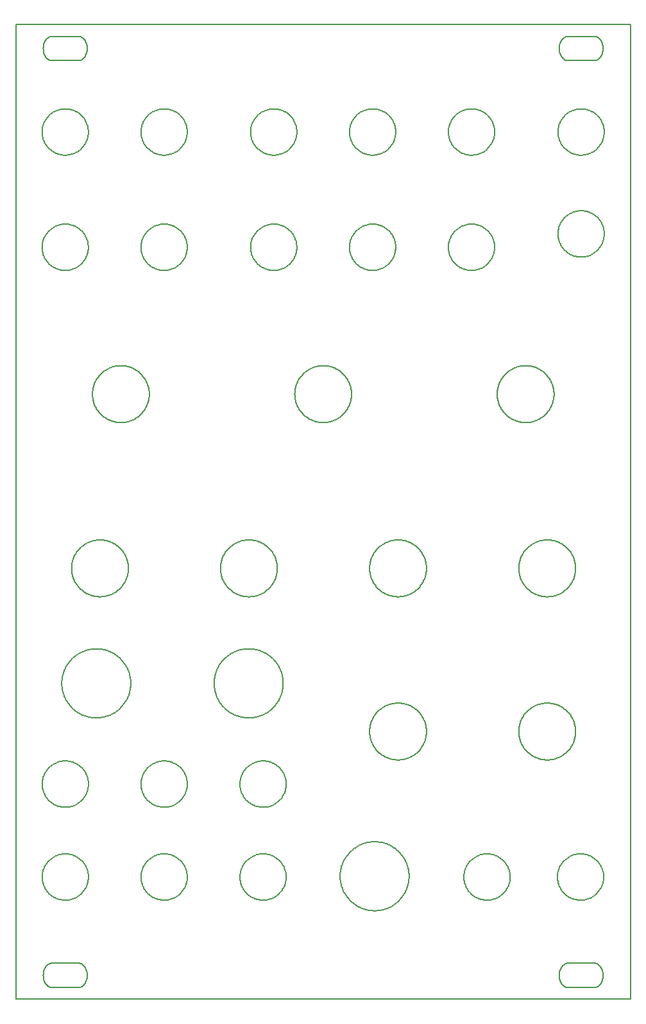
<source format=gbr>
G04 DipTrace 4.0.0.5*
G04 TopAssembly.gbr*
%MOIN*%
G04 #@! TF.FileFunction,Drawing,Top*
G04 #@! TF.Part,Single*
%ADD12C,0.005512*%
%FSLAX26Y26*%
G04*
G70*
G90*
G75*
G01*
G04 TopAssy*
%LPD*%
X3586614Y5452756D2*
D12*
Y393701D1*
X393701D1*
Y5452756D1*
X3586614D1*
X763714Y521982D2*
X763858Y517034D1*
X763714Y512087D1*
X763307Y507231D1*
X762638Y502493D1*
X761719Y497900D1*
X760564Y493451D1*
X759173Y489160D1*
X757559Y485039D1*
X755748Y481129D1*
X754252Y478320D1*
X752651Y475630D1*
X750945Y473071D1*
X749147Y470643D1*
X747244Y468360D1*
X745249Y466220D1*
X743176Y464226D1*
X741010Y462402D1*
X738780Y460735D1*
X736470Y459239D1*
X734094Y457913D1*
X731640Y456772D1*
X729987Y456129D1*
X728294Y455551D1*
X726575Y455079D1*
X724843Y454685D1*
X723084Y454383D1*
X721312Y454173D1*
X719514Y454068D1*
X580262D1*
X578465Y454173D1*
X576693Y454383D1*
X574934Y454685D1*
X573189Y455079D1*
X571483Y455551D1*
X569790Y456129D1*
X568123Y456772D1*
X565682Y457913D1*
X563307Y459239D1*
X560997Y460735D1*
X558753Y462402D1*
X556601Y464226D1*
X554514Y466220D1*
X552533Y468360D1*
X550630Y470643D1*
X548832Y473071D1*
X547126Y475630D1*
X545525Y478320D1*
X544029Y481129D1*
X542205Y485039D1*
X540604Y489160D1*
X539213Y493451D1*
X538058Y497900D1*
X537139Y502493D1*
X536470Y507231D1*
X536063Y512087D1*
X535919Y517034D1*
X536063Y521982D1*
X536470Y526837D1*
X537139Y531562D1*
X538058Y536168D1*
X539213Y540617D1*
X540604Y544908D1*
X542205Y549016D1*
X544029Y552940D1*
X545525Y555748D1*
X547126Y558438D1*
X548832Y560997D1*
X550630Y563425D1*
X552533Y565709D1*
X554514Y567848D1*
X556601Y569843D1*
X558753Y571667D1*
X560997Y573333D1*
X563307Y574829D1*
X565682Y576155D1*
X568123Y577283D1*
X569790Y577940D1*
X571483Y578517D1*
X573189Y578990D1*
X574934Y579383D1*
X576693Y579685D1*
X578465Y579895D1*
X580262Y580000D1*
X719514D1*
X721312Y579895D1*
X723084Y579685D1*
X724843Y579383D1*
X726575Y578990D1*
X728294Y578517D1*
X729987Y577940D1*
X731640Y577283D1*
X734094Y576155D1*
X736470Y574829D1*
X738780Y573333D1*
X741010Y571667D1*
X743176Y569843D1*
X745249Y567848D1*
X747244Y565709D1*
X749147Y563425D1*
X750945Y560997D1*
X752651Y558438D1*
X754252Y555748D1*
X755748Y552940D1*
X757559Y549016D1*
X759173Y544908D1*
X760564Y540617D1*
X761719Y536168D1*
X762638Y531562D1*
X763307Y526837D1*
X763714Y521982D1*
Y5334344D2*
X763858Y5329383D1*
X763714Y5324436D1*
X763307Y5319593D1*
X762638Y5314856D1*
X761719Y5310262D1*
X760564Y5305801D1*
X759173Y5301509D1*
X757559Y5297402D1*
X755748Y5293478D1*
X754252Y5290669D1*
X752651Y5287979D1*
X750945Y5285420D1*
X749147Y5282992D1*
X747244Y5280709D1*
X745249Y5278570D1*
X743176Y5276588D1*
X741010Y5274751D1*
X738780Y5273084D1*
X736470Y5271588D1*
X734094Y5270276D1*
X731640Y5269134D1*
X729987Y5268478D1*
X728294Y5267913D1*
X726575Y5267428D1*
X724843Y5267034D1*
X723084Y5266745D1*
X721312Y5266535D1*
X719514Y5266417D1*
X580262D1*
X578465Y5266535D1*
X576693Y5266745D1*
X574934Y5267034D1*
X573189Y5267428D1*
X571483Y5267913D1*
X569790Y5268478D1*
X568123Y5269134D1*
X565682Y5270276D1*
X563307Y5271588D1*
X560997Y5273084D1*
X558753Y5274751D1*
X556601Y5276588D1*
X554514Y5278570D1*
X552533Y5280709D1*
X550630Y5282992D1*
X548832Y5285420D1*
X547126Y5287979D1*
X545525Y5290669D1*
X544029Y5293478D1*
X542205Y5297402D1*
X540604Y5301509D1*
X539213Y5305801D1*
X538058Y5310262D1*
X537139Y5314856D1*
X536470Y5319593D1*
X536063Y5324436D1*
X535919Y5329383D1*
X536063Y5334344D1*
X536470Y5339186D1*
X537139Y5343924D1*
X538058Y5348517D1*
X539213Y5352979D1*
X540604Y5357257D1*
X542205Y5361378D1*
X544029Y5365302D1*
X545525Y5368110D1*
X547126Y5370801D1*
X548832Y5373360D1*
X550630Y5375787D1*
X552533Y5378071D1*
X554514Y5380210D1*
X556601Y5382192D1*
X558753Y5384029D1*
X560997Y5385696D1*
X563307Y5387192D1*
X565682Y5388504D1*
X568123Y5389646D1*
X569790Y5390302D1*
X571483Y5390866D1*
X573189Y5391352D1*
X574934Y5391745D1*
X576693Y5392034D1*
X578465Y5392244D1*
X580262Y5392362D1*
X719514D1*
X721312Y5392244D1*
X723084Y5392034D1*
X724843Y5391745D1*
X726575Y5391352D1*
X728294Y5390866D1*
X729987Y5390302D1*
X731640Y5389646D1*
X734094Y5388504D1*
X736470Y5387192D1*
X738780Y5385696D1*
X741010Y5384029D1*
X743176Y5382192D1*
X745249Y5380210D1*
X747244Y5378071D1*
X749147Y5375787D1*
X750945Y5373360D1*
X752651Y5370801D1*
X754252Y5368110D1*
X755748Y5365302D1*
X757559Y5361378D1*
X759173Y5357257D1*
X760564Y5352979D1*
X761719Y5348517D1*
X762638Y5343924D1*
X763307Y5339186D1*
X763714Y5334344D1*
X3444265Y521982D2*
X3444409Y517034D1*
X3444265Y512087D1*
X3443858Y507231D1*
X3443189Y502493D1*
X3442270Y497900D1*
X3441115Y493451D1*
X3439724Y489160D1*
X3438123Y485039D1*
X3436299Y481129D1*
X3434803Y478320D1*
X3433202Y475630D1*
X3431496Y473071D1*
X3429698Y470643D1*
X3427795Y468360D1*
X3425801Y466220D1*
X3423727Y464226D1*
X3421575Y462402D1*
X3419331Y460735D1*
X3417021Y459239D1*
X3414646Y457913D1*
X3412205Y456772D1*
X3410538Y456129D1*
X3408845Y455551D1*
X3407139Y455079D1*
X3405394Y454685D1*
X3403635Y454383D1*
X3401864Y454173D1*
X3400066Y454068D1*
X3260814D1*
X3259016Y454173D1*
X3257244Y454383D1*
X3255486Y454685D1*
X3253740Y455079D1*
X3252034Y455551D1*
X3250341Y456129D1*
X3248675Y456772D1*
X3246234Y457913D1*
X3243858Y459239D1*
X3241549Y460735D1*
X3239304Y462402D1*
X3237152Y464226D1*
X3235079Y466220D1*
X3233084Y468360D1*
X3231181Y470643D1*
X3229383Y473071D1*
X3227677Y475630D1*
X3226076Y478320D1*
X3224580Y481129D1*
X3222769Y485039D1*
X3221155Y489160D1*
X3219764Y493451D1*
X3218609Y497900D1*
X3217690Y502493D1*
X3217021Y507231D1*
X3216614Y512087D1*
X3216470Y517034D1*
X3216614Y521982D1*
X3217021Y526837D1*
X3217690Y531562D1*
X3218609Y536168D1*
X3219764Y540617D1*
X3221155Y544908D1*
X3222769Y549016D1*
X3224580Y552940D1*
X3226076Y555748D1*
X3227677Y558438D1*
X3229383Y560997D1*
X3231181Y563425D1*
X3233084Y565709D1*
X3235079Y567848D1*
X3237152Y569843D1*
X3239304Y571667D1*
X3241549Y573333D1*
X3243858Y574829D1*
X3246234Y576155D1*
X3248675Y577283D1*
X3250341Y577940D1*
X3252034Y578517D1*
X3253740Y578990D1*
X3255486Y579383D1*
X3257244Y579685D1*
X3259016Y579895D1*
X3260814Y580000D1*
X3400066D1*
X3401864Y579895D1*
X3403635Y579685D1*
X3405394Y579383D1*
X3407139Y578990D1*
X3408845Y578517D1*
X3410538Y577940D1*
X3412205Y577283D1*
X3414646Y576155D1*
X3417021Y574829D1*
X3419331Y573333D1*
X3421575Y571667D1*
X3423727Y569843D1*
X3425801Y567848D1*
X3427795Y565709D1*
X3429698Y563425D1*
X3431496Y560997D1*
X3433202Y558438D1*
X3434803Y555748D1*
X3436299Y552940D1*
X3438123Y549016D1*
X3439724Y544908D1*
X3441115Y540617D1*
X3442270Y536168D1*
X3443189Y531562D1*
X3443858Y526837D1*
X3444265Y521982D1*
Y5334344D2*
X3444409Y5329383D1*
X3444265Y5324436D1*
X3443858Y5319593D1*
X3443189Y5314856D1*
X3442270Y5310262D1*
X3441115Y5305801D1*
X3439724Y5301509D1*
X3438123Y5297402D1*
X3436299Y5293478D1*
X3434803Y5290669D1*
X3433202Y5287979D1*
X3431496Y5285420D1*
X3429698Y5282992D1*
X3427795Y5280709D1*
X3425801Y5278570D1*
X3423727Y5276588D1*
X3421575Y5274751D1*
X3419331Y5273084D1*
X3417021Y5271588D1*
X3414646Y5270276D1*
X3412205Y5269134D1*
X3410538Y5268478D1*
X3408845Y5267913D1*
X3407139Y5267428D1*
X3405394Y5267034D1*
X3403635Y5266745D1*
X3401864Y5266535D1*
X3400066Y5266417D1*
X3260814D1*
X3259016Y5266535D1*
X3257244Y5266745D1*
X3255486Y5267034D1*
X3253740Y5267428D1*
X3252034Y5267913D1*
X3250341Y5268478D1*
X3248675Y5269134D1*
X3246234Y5270276D1*
X3243858Y5271588D1*
X3241549Y5273084D1*
X3239304Y5274751D1*
X3237152Y5276588D1*
X3235079Y5278570D1*
X3233084Y5280709D1*
X3231181Y5282992D1*
X3229383Y5285420D1*
X3227677Y5287979D1*
X3226076Y5290669D1*
X3224580Y5293478D1*
X3222769Y5297402D1*
X3221155Y5301509D1*
X3219764Y5305801D1*
X3218609Y5310262D1*
X3217690Y5314856D1*
X3217021Y5319593D1*
X3216614Y5324436D1*
X3216470Y5329383D1*
X3216614Y5334344D1*
X3217021Y5339186D1*
X3217690Y5343924D1*
X3218609Y5348517D1*
X3219764Y5352979D1*
X3221155Y5357257D1*
X3222769Y5361378D1*
X3224580Y5365302D1*
X3226076Y5368110D1*
X3227677Y5370801D1*
X3229383Y5373360D1*
X3231181Y5375787D1*
X3233084Y5378071D1*
X3235079Y5380210D1*
X3237152Y5382192D1*
X3239304Y5384029D1*
X3241549Y5385696D1*
X3243858Y5387192D1*
X3246234Y5388504D1*
X3248675Y5389646D1*
X3250341Y5390302D1*
X3252034Y5390866D1*
X3253740Y5391352D1*
X3255486Y5391745D1*
X3257244Y5392034D1*
X3259016Y5392244D1*
X3260814Y5392362D1*
X3400066D1*
X3401864Y5392244D1*
X3403635Y5392034D1*
X3405394Y5391745D1*
X3407139Y5391352D1*
X3408845Y5390866D1*
X3410538Y5390302D1*
X3412205Y5389646D1*
X3414646Y5388504D1*
X3417021Y5387192D1*
X3419331Y5385696D1*
X3421575Y5384029D1*
X3423727Y5382192D1*
X3425801Y5380210D1*
X3427795Y5378071D1*
X3429698Y5375787D1*
X3431496Y5373360D1*
X3433202Y5370801D1*
X3434803Y5368110D1*
X3436299Y5365302D1*
X3438123Y5361378D1*
X3439724Y5357257D1*
X3441115Y5352979D1*
X3442270Y5348517D1*
X3443189Y5343924D1*
X3443858Y5339186D1*
X3444265Y5334344D1*
X2894567Y3529751D2*
X2894488Y3534619D1*
X2894567Y3539501D1*
X2894803Y3544331D1*
X2895184Y3549121D1*
X2895722Y3553871D1*
X2896417Y3558570D1*
X2897244Y3563215D1*
X2898228Y3567808D1*
X2899357Y3572362D1*
X2900617Y3576850D1*
X2902008Y3581273D1*
X2903543Y3585643D1*
X2905197Y3589948D1*
X2906995Y3594186D1*
X2908911Y3598360D1*
X2910958Y3602454D1*
X2913123Y3606483D1*
X2915407Y3610433D1*
X2917808Y3614291D1*
X2920328Y3618084D1*
X2922966Y3621798D1*
X2925696Y3625420D1*
X2928543Y3628950D1*
X2931509Y3632388D1*
X2934554Y3635735D1*
X2937717Y3638990D1*
X2940971Y3642152D1*
X2944318Y3645210D1*
X2947756Y3648163D1*
X2951286Y3651010D1*
X2954908Y3653740D1*
X2958622Y3656378D1*
X2962415Y3658898D1*
X2966273Y3661299D1*
X2970223Y3663583D1*
X2974252Y3665748D1*
X2978346Y3667795D1*
X2982520Y3669711D1*
X2986759Y3671509D1*
X2991063Y3673163D1*
X2995433Y3674698D1*
X2999856Y3676089D1*
X3004344Y3677349D1*
X3008898Y3678478D1*
X3013491Y3679462D1*
X3018136Y3680289D1*
X3022848Y3680984D1*
X3027585Y3681522D1*
X3032375Y3681903D1*
X3037205Y3682139D1*
X3042087Y3682218D1*
X3046955Y3682139D1*
X3051785Y3681903D1*
X3056575Y3681522D1*
X3061325Y3680984D1*
X3066024Y3680289D1*
X3070669Y3679462D1*
X3075276Y3678478D1*
X3079816Y3677349D1*
X3084304Y3676089D1*
X3088740Y3674698D1*
X3093110Y3673163D1*
X3097415Y3671509D1*
X3101640Y3669711D1*
X3105814Y3667795D1*
X3109908Y3665748D1*
X3113937Y3663583D1*
X3117887Y3661299D1*
X3121759Y3658898D1*
X3125551Y3656378D1*
X3129252Y3653740D1*
X3132874Y3651010D1*
X3136404Y3648163D1*
X3139856Y3645210D1*
X3143202Y3642152D1*
X3146457Y3638990D1*
X3149606Y3635735D1*
X3152664Y3632388D1*
X3155617Y3628950D1*
X3158465Y3625420D1*
X3161207Y3621798D1*
X3163832Y3618084D1*
X3166352Y3614304D1*
X3168753Y3610433D1*
X3171037Y3606483D1*
X3173202Y3602454D1*
X3175249Y3598360D1*
X3177165Y3594186D1*
X3178963Y3589948D1*
X3180630Y3585643D1*
X3182152Y3581273D1*
X3183556Y3576850D1*
X3184816Y3572362D1*
X3185932Y3567808D1*
X3186916Y3563215D1*
X3187756Y3558570D1*
X3188438Y3553871D1*
X3188976Y3549121D1*
X3189370Y3544331D1*
X3189606Y3539501D1*
X3189685Y3534619D1*
X3189606Y3529751D1*
X3189370Y3524921D1*
X3188976Y3520131D1*
X3188438Y3515381D1*
X3187756Y3510682D1*
X3186916Y3506037D1*
X3185932Y3501430D1*
X3184816Y3496890D1*
X3183556Y3492402D1*
X3182152Y3487966D1*
X3180630Y3483596D1*
X3178963Y3479304D1*
X3177165Y3475066D1*
X3175249Y3470892D1*
X3173202Y3466798D1*
X3171037Y3462769D1*
X3168753Y3458819D1*
X3166352Y3454948D1*
X3163832Y3451155D1*
X3161207Y3447454D1*
X3158465Y3443832D1*
X3155617Y3440302D1*
X3152664Y3436864D1*
X3149606Y3433504D1*
X3146457Y3430249D1*
X3143202Y3427100D1*
X3139856Y3424042D1*
X3136404Y3421089D1*
X3132874Y3418241D1*
X3129252Y3415499D1*
X3125551Y3412874D1*
X3121759Y3410354D1*
X3117887Y3407953D1*
X3113937Y3405669D1*
X3109908Y3403504D1*
X3105814Y3401457D1*
X3101640Y3399541D1*
X3097415Y3397743D1*
X3093110Y3396076D1*
X3088740Y3394554D1*
X3084304Y3393150D1*
X3079816Y3391890D1*
X3075276Y3390774D1*
X3070669Y3389790D1*
X3066024Y3388950D1*
X3061325Y3388268D1*
X3056575Y3387730D1*
X3051785Y3387336D1*
X3046955Y3387100D1*
X3042087Y3387021D1*
X3037205Y3387100D1*
X3032375Y3387336D1*
X3027585Y3387730D1*
X3022848Y3388268D1*
X3018136Y3388950D1*
X3013491Y3389790D1*
X3008898Y3390774D1*
X3004344Y3391890D1*
X2999856Y3393150D1*
X2995433Y3394554D1*
X2991063Y3396076D1*
X2986759Y3397743D1*
X2982520Y3399541D1*
X2978346Y3401457D1*
X2974252Y3403504D1*
X2970223Y3405669D1*
X2966273Y3407953D1*
X2962415Y3410354D1*
X2958622Y3412874D1*
X2954908Y3415499D1*
X2951286Y3418241D1*
X2947756Y3421089D1*
X2944318Y3424042D1*
X2940971Y3427100D1*
X2937717Y3430249D1*
X2934554Y3433504D1*
X2931509Y3436864D1*
X2928543Y3440302D1*
X2925696Y3443832D1*
X2922966Y3447454D1*
X2920328Y3451155D1*
X2917808Y3454948D1*
X2915407Y3458819D1*
X2913123Y3462769D1*
X2910958Y3466798D1*
X2908911Y3470892D1*
X2906995Y3475066D1*
X2905197Y3479304D1*
X2903543Y3483596D1*
X2902008Y3487966D1*
X2900617Y3492402D1*
X2899357Y3496890D1*
X2898228Y3501430D1*
X2897244Y3506037D1*
X2896417Y3510682D1*
X2895722Y3515381D1*
X2895184Y3520131D1*
X2894803Y3524921D1*
X2894567Y3529751D1*
X2881076Y4897651D2*
X2881102Y4895669D1*
X2880958Y4889738D1*
X2880525Y4883871D1*
X2879816Y4878097D1*
X2878845Y4872402D1*
X2877612Y4866811D1*
X2876115Y4861312D1*
X2874370Y4855919D1*
X2872375Y4850643D1*
X2870144Y4845499D1*
X2867690Y4840472D1*
X2865013Y4835577D1*
X2862113Y4830840D1*
X2859003Y4826234D1*
X2855696Y4821785D1*
X2852192Y4817507D1*
X2848491Y4813386D1*
X2844606Y4809449D1*
X2840551Y4805682D1*
X2836312Y4802113D1*
X2831929Y4798740D1*
X2827375Y4795564D1*
X2822677Y4792598D1*
X2817835Y4789843D1*
X2812861Y4787310D1*
X2807743Y4785000D1*
X2802507Y4782940D1*
X2797165Y4781102D1*
X2791706Y4779528D1*
X2786142Y4778202D1*
X2780472Y4777139D1*
X2774724Y4776339D1*
X2768898Y4775827D1*
X2762979Y4775577D1*
X2757034Y4775630D1*
X2751142Y4775958D1*
X2745341Y4776575D1*
X2739619Y4777467D1*
X2733990Y4778609D1*
X2728465Y4780026D1*
X2723031Y4781693D1*
X2717730Y4783596D1*
X2712533Y4785748D1*
X2707467Y4788123D1*
X2702533Y4790735D1*
X2697730Y4793556D1*
X2693084Y4796601D1*
X2688583Y4799843D1*
X2684252Y4803281D1*
X2680079Y4806916D1*
X2676076Y4810748D1*
X2672257Y4814738D1*
X2668622Y4818911D1*
X2665171Y4823255D1*
X2661929Y4827756D1*
X2658885Y4832402D1*
X2656063Y4837205D1*
X2653465Y4842139D1*
X2651076Y4847205D1*
X2648924Y4852388D1*
X2647021Y4857703D1*
X2645354Y4863123D1*
X2643950Y4868661D1*
X2642795Y4874291D1*
X2641903Y4880013D1*
X2641299Y4885814D1*
X2640958Y4891706D1*
X2640919Y4897651D1*
X2641155Y4903556D1*
X2641680Y4909396D1*
X2642467Y4915144D1*
X2643530Y4920814D1*
X2644856Y4926365D1*
X2646444Y4931837D1*
X2648268Y4937178D1*
X2650341Y4942415D1*
X2652638Y4947520D1*
X2655171Y4952507D1*
X2657927Y4957349D1*
X2660892Y4962047D1*
X2664068Y4966601D1*
X2667441Y4970984D1*
X2671024Y4975223D1*
X2674777Y4979278D1*
X2678727Y4983163D1*
X2682835Y4986850D1*
X2687126Y4990367D1*
X2691562Y4993675D1*
X2696168Y4996785D1*
X2700919Y4999685D1*
X2705801Y5002362D1*
X2710827Y5004816D1*
X2715984Y5007047D1*
X2721247Y5009029D1*
X2726640Y5010774D1*
X2732139Y5012270D1*
X2737730Y5013517D1*
X2743425Y5014488D1*
X2749199Y5015197D1*
X2755066Y5015617D1*
X2760997Y5015761D1*
X2766929Y5015617D1*
X2772795Y5015197D1*
X2778570Y5014488D1*
X2784265Y5013517D1*
X2789856Y5012270D1*
X2795354Y5010774D1*
X2800735Y5009029D1*
X2806010Y5007047D1*
X2811168Y5004816D1*
X2816194Y5002362D1*
X2821076Y4999685D1*
X2825827Y4996785D1*
X2830433Y4993675D1*
X2834869Y4990367D1*
X2839160Y4986850D1*
X2843268Y4983163D1*
X2847218Y4979278D1*
X2850971Y4975223D1*
X2854541Y4970984D1*
X2857927Y4966601D1*
X2861102Y4962047D1*
X2864068Y4957349D1*
X2866824Y4952507D1*
X2869357Y4947520D1*
X2871654Y4942415D1*
X2873727Y4937178D1*
X2875551Y4931837D1*
X2877139Y4926365D1*
X2878465Y4920814D1*
X2879528Y4915144D1*
X2880315Y4909396D1*
X2880840Y4903556D1*
X2881076Y4897651D1*
X3450525D2*
X3450538Y4895669D1*
X3450394Y4889738D1*
X3449974Y4883871D1*
X3449265Y4878097D1*
X3448294Y4872402D1*
X3447047Y4866811D1*
X3445551Y4861312D1*
X3443806Y4855919D1*
X3441824Y4850643D1*
X3439593Y4845499D1*
X3437139Y4840472D1*
X3434462Y4835577D1*
X3431562Y4830840D1*
X3428451Y4826234D1*
X3425144Y4821785D1*
X3421627Y4817507D1*
X3417927Y4813386D1*
X3414055Y4809449D1*
X3409987Y4805682D1*
X3405761Y4802113D1*
X3401365Y4798740D1*
X3396824Y4795564D1*
X3392126Y4792598D1*
X3387283Y4789843D1*
X3382297Y4787310D1*
X3377192Y4785000D1*
X3371955Y4782940D1*
X3366601Y4781102D1*
X3361142Y4779528D1*
X3355577Y4778202D1*
X3349921Y4777139D1*
X3344173Y4776339D1*
X3338333Y4775827D1*
X3332428Y4775577D1*
X3326483Y4775630D1*
X3320591Y4775958D1*
X3314790Y4776575D1*
X3309068Y4777467D1*
X3303438Y4778609D1*
X3297900Y4780026D1*
X3292480Y4781693D1*
X3287165Y4783596D1*
X3281982Y4785748D1*
X3276903Y4788123D1*
X3271969Y4790735D1*
X3267178Y4793556D1*
X3262533Y4796601D1*
X3258031Y4799843D1*
X3253688Y4803281D1*
X3249514Y4806916D1*
X3245512Y4810748D1*
X3241693Y4814738D1*
X3238058Y4818911D1*
X3234619Y4823255D1*
X3231378Y4827756D1*
X3228333Y4832402D1*
X3225512Y4837205D1*
X3222900Y4842139D1*
X3220525Y4847205D1*
X3218373Y4852388D1*
X3216470Y4857703D1*
X3214803Y4863123D1*
X3213386Y4868661D1*
X3212244Y4874291D1*
X3211352Y4880013D1*
X3210735Y4885814D1*
X3210407Y4891706D1*
X3210354Y4897651D1*
X3210591Y4903556D1*
X3211115Y4909396D1*
X3211916Y4915144D1*
X3212979Y4920814D1*
X3214304Y4926365D1*
X3215879Y4931837D1*
X3217717Y4937178D1*
X3219777Y4942415D1*
X3222087Y4947520D1*
X3224619Y4952507D1*
X3227375Y4957349D1*
X3230341Y4962047D1*
X3233517Y4966601D1*
X3236890Y4970984D1*
X3240459Y4975223D1*
X3244226Y4979278D1*
X3248163Y4983163D1*
X3252283Y4986850D1*
X3256562Y4990367D1*
X3261010Y4993675D1*
X3265617Y4996785D1*
X3270354Y4999685D1*
X3275249Y5002362D1*
X3280276Y5004816D1*
X3285420Y5007047D1*
X3290696Y5009029D1*
X3296089Y5010774D1*
X3301575Y5012270D1*
X3307178Y5013517D1*
X3312874Y5014488D1*
X3318648Y5015197D1*
X3324501Y5015617D1*
X3330446Y5015761D1*
X3336378Y5015617D1*
X3342231Y5015197D1*
X3348018Y5014488D1*
X3353701Y5013517D1*
X3359304Y5012270D1*
X3364803Y5010774D1*
X3370184Y5009029D1*
X3375459Y5007047D1*
X3380617Y5004816D1*
X3385630Y5002362D1*
X3390525Y4999685D1*
X3395276Y4996785D1*
X3399869Y4993675D1*
X3404318Y4990367D1*
X3408596Y4986850D1*
X3412717Y4983163D1*
X3416654Y4979278D1*
X3420420Y4975223D1*
X3423990Y4970984D1*
X3427375Y4966601D1*
X3430551Y4962047D1*
X3433517Y4957349D1*
X3436273Y4952507D1*
X3438806Y4947520D1*
X3441102Y4942415D1*
X3443176Y4937178D1*
X3445000Y4931837D1*
X3446575Y4926365D1*
X3447900Y4920814D1*
X3448963Y4915144D1*
X3449764Y4909396D1*
X3450289Y4903556D1*
X3450525Y4897651D1*
Y4368517D2*
X3450538Y4366535D1*
X3450394Y4360604D1*
X3449974Y4354738D1*
X3449265Y4348963D1*
X3448294Y4343268D1*
X3447047Y4337677D1*
X3445551Y4332178D1*
X3443806Y4326785D1*
X3441824Y4321509D1*
X3439593Y4316365D1*
X3437139Y4311339D1*
X3434462Y4306457D1*
X3431562Y4301706D1*
X3428451Y4297100D1*
X3425144Y4292651D1*
X3421627Y4288373D1*
X3417927Y4284252D1*
X3414055Y4280315D1*
X3409987Y4276549D1*
X3405761Y4272979D1*
X3401365Y4269606D1*
X3396824Y4266430D1*
X3392126Y4263465D1*
X3387283Y4260709D1*
X3382297Y4258176D1*
X3377192Y4255866D1*
X3371955Y4253806D1*
X3366601Y4251969D1*
X3361142Y4250394D1*
X3355577Y4249068D1*
X3349921Y4248005D1*
X3344173Y4247205D1*
X3338333Y4246693D1*
X3332428Y4246444D1*
X3326483Y4246496D1*
X3320591Y4246824D1*
X3314790Y4247441D1*
X3309068Y4248333D1*
X3303438Y4249475D1*
X3297900Y4250892D1*
X3292480Y4252559D1*
X3287165Y4254462D1*
X3281982Y4256614D1*
X3276903Y4258990D1*
X3271969Y4261601D1*
X3267178Y4264423D1*
X3262533Y4267467D1*
X3258031Y4270709D1*
X3253688Y4274147D1*
X3249514Y4277782D1*
X3245512Y4281614D1*
X3241693Y4285604D1*
X3238058Y4289777D1*
X3234619Y4294121D1*
X3231378Y4298622D1*
X3228333Y4303268D1*
X3225512Y4308071D1*
X3222900Y4313005D1*
X3220525Y4318071D1*
X3218373Y4323255D1*
X3216470Y4328570D1*
X3214803Y4333990D1*
X3213386Y4339528D1*
X3212244Y4345157D1*
X3211352Y4350879D1*
X3210735Y4356680D1*
X3210407Y4362572D1*
X3210354Y4368517D1*
X3210591Y4374423D1*
X3211115Y4380262D1*
X3211916Y4386010D1*
X3212979Y4391680D1*
X3214304Y4397231D1*
X3215879Y4402703D1*
X3217703Y4408045D1*
X3219777Y4413281D1*
X3222087Y4418386D1*
X3224619Y4423373D1*
X3227375Y4428215D1*
X3230341Y4432913D1*
X3233517Y4437467D1*
X3236890Y4441850D1*
X3240459Y4446089D1*
X3244226Y4450144D1*
X3248163Y4454029D1*
X3252283Y4457717D1*
X3256562Y4461234D1*
X3261010Y4464541D1*
X3265617Y4467651D1*
X3270354Y4470551D1*
X3275249Y4473228D1*
X3280276Y4475682D1*
X3285420Y4477913D1*
X3290696Y4479895D1*
X3296089Y4481640D1*
X3301575Y4483136D1*
X3307178Y4484383D1*
X3312861Y4485354D1*
X3318648Y4486063D1*
X3324501Y4486483D1*
X3330446Y4486627D1*
X3336378Y4486483D1*
X3342231Y4486063D1*
X3348018Y4485354D1*
X3353701Y4484383D1*
X3359304Y4483136D1*
X3364803Y4481640D1*
X3370184Y4479895D1*
X3375459Y4477913D1*
X3380604Y4475682D1*
X3385630Y4473228D1*
X3390525Y4470551D1*
X3395276Y4467651D1*
X3399869Y4464541D1*
X3404318Y4461234D1*
X3408596Y4457717D1*
X3412717Y4454029D1*
X3416654Y4450144D1*
X3420420Y4446089D1*
X3423990Y4441850D1*
X3427375Y4437467D1*
X3430551Y4432913D1*
X3433517Y4428215D1*
X3436273Y4423373D1*
X3438793Y4418386D1*
X3441102Y4413281D1*
X3443176Y4408045D1*
X3445000Y4402703D1*
X3446575Y4397231D1*
X3447900Y4391680D1*
X3448963Y4386010D1*
X3449764Y4380262D1*
X3450289Y4374423D1*
X3450525Y4368517D1*
X2881076Y4299226D2*
X2881102Y4297244D1*
X2880958Y4291312D1*
X2880525Y4285446D1*
X2879816Y4279672D1*
X2878845Y4273976D1*
X2877612Y4268386D1*
X2876115Y4262887D1*
X2874370Y4257493D1*
X2872375Y4252218D1*
X2870144Y4247073D1*
X2867690Y4242047D1*
X2865013Y4237152D1*
X2862113Y4232415D1*
X2859003Y4227808D1*
X2855696Y4223360D1*
X2852192Y4219081D1*
X2848491Y4214961D1*
X2844606Y4211024D1*
X2840551Y4207257D1*
X2836312Y4203688D1*
X2831929Y4200315D1*
X2827375Y4197139D1*
X2822677Y4194173D1*
X2817835Y4191417D1*
X2812861Y4188885D1*
X2807743Y4186575D1*
X2802507Y4184514D1*
X2797165Y4182677D1*
X2791706Y4181102D1*
X2786142Y4179777D1*
X2780472Y4178714D1*
X2774724Y4177913D1*
X2768898Y4177402D1*
X2762979Y4177152D1*
X2757034Y4177205D1*
X2751142Y4177533D1*
X2745341Y4178150D1*
X2739619Y4179042D1*
X2733990Y4180184D1*
X2728465Y4181601D1*
X2723031Y4183268D1*
X2717730Y4185171D1*
X2712533Y4187323D1*
X2707467Y4189698D1*
X2702533Y4192310D1*
X2697730Y4195131D1*
X2693084Y4198176D1*
X2688583Y4201417D1*
X2684252Y4204856D1*
X2680079Y4208491D1*
X2676076Y4212323D1*
X2672257Y4216312D1*
X2668622Y4220486D1*
X2665171Y4224829D1*
X2661929Y4229331D1*
X2658885Y4233976D1*
X2656063Y4238780D1*
X2653465Y4243714D1*
X2651076Y4248780D1*
X2648924Y4253963D1*
X2647021Y4259278D1*
X2645354Y4264698D1*
X2643950Y4270236D1*
X2642795Y4275866D1*
X2641903Y4281588D1*
X2641299Y4287388D1*
X2640958Y4293281D1*
X2640919Y4299226D1*
X2641155Y4305131D1*
X2641667Y4310971D1*
X2642467Y4316719D1*
X2643530Y4322388D1*
X2644856Y4327940D1*
X2646444Y4333412D1*
X2648268Y4338753D1*
X2650341Y4343990D1*
X2652638Y4349094D1*
X2655171Y4354081D1*
X2657927Y4358924D1*
X2660892Y4363622D1*
X2664068Y4368176D1*
X2667441Y4372559D1*
X2671024Y4376798D1*
X2674777Y4380853D1*
X2678727Y4384738D1*
X2682835Y4388425D1*
X2687126Y4391942D1*
X2691562Y4395249D1*
X2696168Y4398360D1*
X2700919Y4401260D1*
X2705801Y4403937D1*
X2710827Y4406391D1*
X2715984Y4408622D1*
X2721247Y4410604D1*
X2726640Y4412349D1*
X2732139Y4413845D1*
X2737730Y4415092D1*
X2743425Y4416063D1*
X2749199Y4416772D1*
X2755066Y4417192D1*
X2760997Y4417336D1*
X2766929Y4417192D1*
X2772795Y4416772D1*
X2778570Y4416063D1*
X2784265Y4415092D1*
X2789856Y4413845D1*
X2795354Y4412349D1*
X2800735Y4410604D1*
X2806010Y4408622D1*
X2811168Y4406391D1*
X2816194Y4403937D1*
X2821076Y4401260D1*
X2825827Y4398360D1*
X2830433Y4395249D1*
X2834869Y4391942D1*
X2839160Y4388425D1*
X2843268Y4384738D1*
X2847218Y4380853D1*
X2850971Y4376798D1*
X2854541Y4372559D1*
X2857927Y4368176D1*
X2861102Y4363622D1*
X2864068Y4358924D1*
X2866824Y4354081D1*
X2869357Y4349094D1*
X2871654Y4343990D1*
X2873727Y4338753D1*
X2875551Y4333412D1*
X2877139Y4327940D1*
X2878465Y4322388D1*
X2879528Y4316719D1*
X2880315Y4310971D1*
X2880840Y4305131D1*
X2881076Y4299226D1*
X2367192Y4897651D2*
X2367205Y4895669D1*
X2367060Y4889738D1*
X2366640Y4883871D1*
X2365932Y4878097D1*
X2364961Y4872402D1*
X2363714Y4866811D1*
X2362218Y4861312D1*
X2360472Y4855919D1*
X2358491Y4850643D1*
X2356260Y4845499D1*
X2353806Y4840472D1*
X2351115Y4835577D1*
X2348228Y4830840D1*
X2345118Y4826234D1*
X2341811Y4821785D1*
X2338294Y4817507D1*
X2334593Y4813386D1*
X2330722Y4809449D1*
X2326654Y4805682D1*
X2322428Y4802113D1*
X2318031Y4798740D1*
X2313491Y4795564D1*
X2308793Y4792598D1*
X2303950Y4789843D1*
X2298963Y4787310D1*
X2293858Y4785000D1*
X2288622Y4782940D1*
X2283268Y4781102D1*
X2277808Y4779528D1*
X2272244Y4778202D1*
X2266588Y4777139D1*
X2260840Y4776339D1*
X2255000Y4775827D1*
X2249094Y4775577D1*
X2243150Y4775630D1*
X2237257Y4775958D1*
X2231457Y4776575D1*
X2225735Y4777467D1*
X2220105Y4778609D1*
X2214567Y4780026D1*
X2209147Y4781693D1*
X2203832Y4783596D1*
X2198648Y4785748D1*
X2193570Y4788123D1*
X2188635Y4790735D1*
X2183845Y4793556D1*
X2179199Y4796601D1*
X2174698Y4799843D1*
X2170354Y4803281D1*
X2166181Y4806916D1*
X2162178Y4810748D1*
X2158360Y4814738D1*
X2154724Y4818911D1*
X2151286Y4823255D1*
X2148045Y4827756D1*
X2145000Y4832402D1*
X2142178Y4837205D1*
X2139567Y4842139D1*
X2137192Y4847205D1*
X2135039Y4852388D1*
X2133136Y4857703D1*
X2131470Y4863123D1*
X2130052Y4868661D1*
X2128911Y4874291D1*
X2128018Y4880013D1*
X2127402Y4885814D1*
X2127073Y4891706D1*
X2127021Y4897651D1*
X2127257Y4903556D1*
X2127782Y4909396D1*
X2128583Y4915144D1*
X2129646Y4920814D1*
X2130971Y4926365D1*
X2132546Y4931837D1*
X2134370Y4937178D1*
X2136444Y4942415D1*
X2138753Y4947520D1*
X2141286Y4952507D1*
X2144042Y4957349D1*
X2147008Y4962047D1*
X2150184Y4966601D1*
X2153556Y4970984D1*
X2157126Y4975223D1*
X2160892Y4979278D1*
X2164829Y4983163D1*
X2168950Y4986850D1*
X2173228Y4990367D1*
X2177677Y4993675D1*
X2182283Y4996785D1*
X2187021Y4999685D1*
X2191916Y5002362D1*
X2196942Y5004816D1*
X2202087Y5007047D1*
X2207362Y5009029D1*
X2212756Y5010774D1*
X2218241Y5012270D1*
X2223845Y5013517D1*
X2229528Y5014488D1*
X2235315Y5015197D1*
X2241168Y5015617D1*
X2247113Y5015761D1*
X2253045Y5015617D1*
X2258898Y5015197D1*
X2264685Y5014488D1*
X2270367Y5013517D1*
X2275971Y5012270D1*
X2281470Y5010774D1*
X2286850Y5009029D1*
X2292126Y5007047D1*
X2297270Y5004816D1*
X2302297Y5002362D1*
X2307192Y4999685D1*
X2311942Y4996785D1*
X2316535Y4993675D1*
X2320984Y4990367D1*
X2325262Y4986850D1*
X2329383Y4983163D1*
X2333320Y4979278D1*
X2337087Y4975223D1*
X2340656Y4970984D1*
X2344042Y4966601D1*
X2347218Y4962047D1*
X2350184Y4957349D1*
X2352940Y4952507D1*
X2355459Y4947520D1*
X2357769Y4942415D1*
X2359843Y4937178D1*
X2361667Y4931837D1*
X2363241Y4926365D1*
X2364567Y4920814D1*
X2365630Y4915144D1*
X2366430Y4909396D1*
X2366955Y4903556D1*
X2367192Y4897651D1*
Y4299226D2*
X2367205Y4297244D1*
X2367060Y4291312D1*
X2366640Y4285446D1*
X2365932Y4279672D1*
X2364961Y4273976D1*
X2363714Y4268386D1*
X2362218Y4262887D1*
X2360472Y4257493D1*
X2358491Y4252218D1*
X2356260Y4247073D1*
X2353806Y4242047D1*
X2351115Y4237152D1*
X2348228Y4232415D1*
X2345118Y4227808D1*
X2341811Y4223360D1*
X2338294Y4219081D1*
X2334593Y4214961D1*
X2330722Y4211024D1*
X2326654Y4207257D1*
X2322428Y4203688D1*
X2318031Y4200315D1*
X2313491Y4197139D1*
X2308793Y4194173D1*
X2303950Y4191417D1*
X2298963Y4188885D1*
X2293858Y4186575D1*
X2288622Y4184514D1*
X2283268Y4182677D1*
X2277808Y4181102D1*
X2272244Y4179777D1*
X2266588Y4178714D1*
X2260840Y4177913D1*
X2255000Y4177402D1*
X2249094Y4177152D1*
X2243150Y4177205D1*
X2237257Y4177533D1*
X2231457Y4178150D1*
X2225735Y4179042D1*
X2220105Y4180184D1*
X2214567Y4181601D1*
X2209147Y4183268D1*
X2203832Y4185171D1*
X2198648Y4187323D1*
X2193570Y4189698D1*
X2188635Y4192310D1*
X2183845Y4195131D1*
X2179199Y4198176D1*
X2174698Y4201417D1*
X2170354Y4204856D1*
X2166181Y4208491D1*
X2162178Y4212323D1*
X2158360Y4216312D1*
X2154724Y4220486D1*
X2151286Y4224829D1*
X2148045Y4229331D1*
X2145000Y4233976D1*
X2142178Y4238780D1*
X2139567Y4243714D1*
X2137192Y4248780D1*
X2135039Y4253963D1*
X2133136Y4259278D1*
X2131470Y4264698D1*
X2130052Y4270236D1*
X2128911Y4275866D1*
X2128018Y4281588D1*
X2127402Y4287388D1*
X2127073Y4293281D1*
X2127021Y4299226D1*
X2127257Y4305131D1*
X2127782Y4310971D1*
X2128583Y4316719D1*
X2129646Y4322388D1*
X2130971Y4327940D1*
X2132546Y4333412D1*
X2134370Y4338753D1*
X2136444Y4343990D1*
X2138753Y4349094D1*
X2141286Y4354081D1*
X2144042Y4358924D1*
X2147008Y4363622D1*
X2150184Y4368176D1*
X2153556Y4372559D1*
X2157126Y4376798D1*
X2160892Y4380853D1*
X2164829Y4384738D1*
X2168950Y4388425D1*
X2173228Y4391942D1*
X2177677Y4395249D1*
X2182283Y4398360D1*
X2187021Y4401260D1*
X2191916Y4403937D1*
X2196942Y4406391D1*
X2202087Y4408622D1*
X2207362Y4410604D1*
X2212756Y4412349D1*
X2218241Y4413845D1*
X2223845Y4415092D1*
X2229528Y4416063D1*
X2235315Y4416772D1*
X2241168Y4417192D1*
X2247113Y4417336D1*
X2253045Y4417192D1*
X2258898Y4416772D1*
X2264685Y4416063D1*
X2270367Y4415092D1*
X2275971Y4413845D1*
X2281470Y4412349D1*
X2286850Y4410604D1*
X2292126Y4408622D1*
X2297270Y4406391D1*
X2302297Y4403937D1*
X2307192Y4401260D1*
X2311942Y4398360D1*
X2316535Y4395249D1*
X2320984Y4391942D1*
X2325262Y4388425D1*
X2329383Y4384738D1*
X2333320Y4380853D1*
X2337087Y4376798D1*
X2340656Y4372559D1*
X2344029Y4368176D1*
X2347218Y4363622D1*
X2350184Y4358924D1*
X2352940Y4354081D1*
X2355459Y4349094D1*
X2357769Y4343990D1*
X2359843Y4338753D1*
X2361667Y4333412D1*
X2363241Y4327940D1*
X2364567Y4322388D1*
X2365630Y4316719D1*
X2366430Y4310971D1*
X2366955Y4305131D1*
X2367192Y4299226D1*
X1853307Y4897651D2*
X1853320Y4895669D1*
X1853176Y4889738D1*
X1852743Y4883871D1*
X1852047Y4878097D1*
X1851063Y4872402D1*
X1849829Y4866811D1*
X1848333Y4861312D1*
X1846588Y4855919D1*
X1844593Y4850643D1*
X1842375Y4845499D1*
X1839908Y4840472D1*
X1837231Y4835577D1*
X1834331Y4830840D1*
X1831234Y4826234D1*
X1827913Y4821785D1*
X1824409Y4817507D1*
X1820709Y4813386D1*
X1816824Y4809449D1*
X1812769Y4805682D1*
X1808543Y4802113D1*
X1804147Y4798740D1*
X1799593Y4795564D1*
X1794895Y4792598D1*
X1790052Y4789843D1*
X1785079Y4787310D1*
X1779961Y4785000D1*
X1774738Y4782940D1*
X1769383Y4781102D1*
X1763924Y4779528D1*
X1758360Y4778202D1*
X1752703Y4777139D1*
X1746955Y4776339D1*
X1741115Y4775827D1*
X1735210Y4775577D1*
X1729252Y4775630D1*
X1723373Y4775958D1*
X1717559Y4776575D1*
X1711837Y4777467D1*
X1706207Y4778609D1*
X1700682Y4780026D1*
X1695262Y4781693D1*
X1689948Y4783596D1*
X1684751Y4785748D1*
X1679685Y4788123D1*
X1674751Y4790735D1*
X1669961Y4793556D1*
X1665302Y4796601D1*
X1660814Y4799843D1*
X1656470Y4803281D1*
X1652297Y4806916D1*
X1648294Y4810748D1*
X1644475Y4814738D1*
X1640840Y4818911D1*
X1637402Y4823255D1*
X1634147Y4827756D1*
X1631115Y4832402D1*
X1628281Y4837205D1*
X1625682Y4842139D1*
X1623294Y4847205D1*
X1621155Y4852388D1*
X1619239Y4857703D1*
X1617572Y4863123D1*
X1616168Y4868661D1*
X1615013Y4874291D1*
X1614134Y4880013D1*
X1613517Y4885814D1*
X1613189Y4891706D1*
X1613136Y4897651D1*
X1613373Y4903556D1*
X1613898Y4909396D1*
X1614685Y4915144D1*
X1615748Y4920814D1*
X1617073Y4926365D1*
X1618661Y4931837D1*
X1620486Y4937178D1*
X1622559Y4942415D1*
X1624856Y4947520D1*
X1627388Y4952507D1*
X1630144Y4957349D1*
X1633110Y4962047D1*
X1636286Y4966601D1*
X1639672Y4970984D1*
X1643241Y4975223D1*
X1646995Y4979278D1*
X1650945Y4983163D1*
X1655052Y4986850D1*
X1659344Y4990367D1*
X1663793Y4993675D1*
X1668386Y4996785D1*
X1673136Y4999685D1*
X1678031Y5002362D1*
X1683045Y5004816D1*
X1688202Y5007047D1*
X1693478Y5009029D1*
X1698858Y5010774D1*
X1704357Y5012270D1*
X1709948Y5013517D1*
X1715643Y5014488D1*
X1721430Y5015197D1*
X1727283Y5015617D1*
X1733215Y5015761D1*
X1739147Y5015617D1*
X1745013Y5015197D1*
X1750787Y5014488D1*
X1756483Y5013517D1*
X1762087Y5012270D1*
X1767572Y5010774D1*
X1772966Y5009029D1*
X1778241Y5007047D1*
X1783386Y5004816D1*
X1788412Y5002362D1*
X1793307Y4999685D1*
X1798045Y4996785D1*
X1802651Y4993675D1*
X1807100Y4990367D1*
X1811378Y4986850D1*
X1815499Y4983163D1*
X1819436Y4979278D1*
X1823202Y4975223D1*
X1826772Y4970984D1*
X1830144Y4966601D1*
X1833320Y4962047D1*
X1836286Y4957349D1*
X1839042Y4952507D1*
X1841575Y4947520D1*
X1843885Y4942415D1*
X1845945Y4937178D1*
X1847782Y4931837D1*
X1849357Y4926365D1*
X1850682Y4920814D1*
X1851745Y4915144D1*
X1852546Y4909396D1*
X1853058Y4903556D1*
X1853307Y4897651D1*
Y4299226D2*
X1853320Y4297244D1*
X1853176Y4291312D1*
X1852743Y4285446D1*
X1852047Y4279672D1*
X1851063Y4273976D1*
X1849829Y4268386D1*
X1848333Y4262887D1*
X1846588Y4257493D1*
X1844593Y4252218D1*
X1842375Y4247073D1*
X1839908Y4242047D1*
X1837231Y4237152D1*
X1834331Y4232415D1*
X1831234Y4227808D1*
X1827913Y4223360D1*
X1824409Y4219081D1*
X1820709Y4214961D1*
X1816824Y4211024D1*
X1812769Y4207257D1*
X1808543Y4203688D1*
X1804147Y4200315D1*
X1799593Y4197139D1*
X1794895Y4194173D1*
X1790052Y4191417D1*
X1785079Y4188885D1*
X1779974Y4186575D1*
X1774738Y4184514D1*
X1769383Y4182677D1*
X1763924Y4181102D1*
X1758360Y4179777D1*
X1752703Y4178714D1*
X1746955Y4177913D1*
X1741115Y4177402D1*
X1735210Y4177152D1*
X1729252Y4177205D1*
X1723373Y4177533D1*
X1717559Y4178150D1*
X1711837Y4179042D1*
X1706207Y4180184D1*
X1700682Y4181601D1*
X1695262Y4183268D1*
X1689948Y4185171D1*
X1684751Y4187323D1*
X1679685Y4189698D1*
X1674751Y4192310D1*
X1669961Y4195131D1*
X1665302Y4198176D1*
X1660814Y4201417D1*
X1656470Y4204856D1*
X1652297Y4208491D1*
X1648294Y4212323D1*
X1644475Y4216312D1*
X1640840Y4220486D1*
X1637402Y4224829D1*
X1634147Y4229331D1*
X1631115Y4233976D1*
X1628281Y4238780D1*
X1625682Y4243714D1*
X1623294Y4248780D1*
X1621155Y4253963D1*
X1619239Y4259278D1*
X1617572Y4264698D1*
X1616168Y4270236D1*
X1615013Y4275866D1*
X1614134Y4281588D1*
X1613517Y4287388D1*
X1613189Y4293281D1*
X1613136Y4299226D1*
X1613373Y4305131D1*
X1613898Y4310971D1*
X1614685Y4316719D1*
X1615748Y4322388D1*
X1617073Y4327940D1*
X1618661Y4333412D1*
X1620486Y4338753D1*
X1622559Y4343990D1*
X1624856Y4349094D1*
X1627388Y4354081D1*
X1630144Y4358924D1*
X1633110Y4363622D1*
X1636286Y4368176D1*
X1639672Y4372559D1*
X1643241Y4376798D1*
X1647008Y4380853D1*
X1650945Y4384738D1*
X1655066Y4388425D1*
X1659344Y4391942D1*
X1663793Y4395249D1*
X1668386Y4398360D1*
X1673136Y4401260D1*
X1678031Y4403937D1*
X1683045Y4406391D1*
X1688202Y4408622D1*
X1693478Y4410604D1*
X1698858Y4412349D1*
X1704357Y4413845D1*
X1709948Y4415092D1*
X1715643Y4416063D1*
X1721430Y4416772D1*
X1727283Y4417192D1*
X1733215Y4417336D1*
X1739147Y4417192D1*
X1745013Y4416772D1*
X1750787Y4416063D1*
X1756483Y4415092D1*
X1762087Y4413845D1*
X1767572Y4412349D1*
X1772966Y4410604D1*
X1778241Y4408622D1*
X1783386Y4406391D1*
X1788412Y4403937D1*
X1793307Y4401260D1*
X1798045Y4398360D1*
X1802651Y4395249D1*
X1807100Y4391942D1*
X1811378Y4388425D1*
X1815499Y4384738D1*
X1819436Y4380853D1*
X1823202Y4376798D1*
X1826772Y4372559D1*
X1830144Y4368176D1*
X1833320Y4363622D1*
X1836286Y4358924D1*
X1839042Y4354081D1*
X1841575Y4349094D1*
X1843885Y4343990D1*
X1845945Y4338753D1*
X1847782Y4333412D1*
X1849357Y4327940D1*
X1850682Y4322388D1*
X1851745Y4316719D1*
X1852546Y4310971D1*
X1853058Y4305131D1*
X1853307Y4299226D1*
X1283858Y4897651D2*
X1283871Y4895669D1*
X1283727Y4889738D1*
X1283307Y4883871D1*
X1282598Y4878097D1*
X1281627Y4872402D1*
X1280381Y4866811D1*
X1278885Y4861312D1*
X1277139Y4855919D1*
X1275157Y4850643D1*
X1272927Y4845499D1*
X1270472Y4840472D1*
X1267782Y4835577D1*
X1264895Y4830840D1*
X1261785Y4826234D1*
X1258478Y4821785D1*
X1254961Y4817507D1*
X1251260Y4813386D1*
X1247388Y4809449D1*
X1243320Y4805682D1*
X1239094Y4802113D1*
X1234698Y4798740D1*
X1230157Y4795564D1*
X1225459Y4792598D1*
X1220617Y4789843D1*
X1215630Y4787310D1*
X1210525Y4785000D1*
X1205289Y4782940D1*
X1199934Y4781102D1*
X1194475Y4779528D1*
X1188911Y4778202D1*
X1183255Y4777139D1*
X1177507Y4776339D1*
X1171667Y4775827D1*
X1165761Y4775577D1*
X1159816Y4775630D1*
X1153924Y4775958D1*
X1148123Y4776575D1*
X1142402Y4777467D1*
X1136772Y4778609D1*
X1131234Y4780026D1*
X1125814Y4781693D1*
X1120499Y4783596D1*
X1115315Y4785748D1*
X1110236Y4788123D1*
X1105302Y4790735D1*
X1100512Y4793556D1*
X1095866Y4796601D1*
X1091365Y4799843D1*
X1087021Y4803281D1*
X1082848Y4806916D1*
X1078845Y4810748D1*
X1075026Y4814738D1*
X1071391Y4818911D1*
X1067953Y4823255D1*
X1064711Y4827756D1*
X1061667Y4832402D1*
X1058845Y4837205D1*
X1056234Y4842139D1*
X1053858Y4847205D1*
X1051706Y4852388D1*
X1049803Y4857703D1*
X1048136Y4863123D1*
X1046719Y4868661D1*
X1045577Y4874291D1*
X1044685Y4880013D1*
X1044068Y4885814D1*
X1043740Y4891706D1*
X1043688Y4897651D1*
X1043924Y4903556D1*
X1044449Y4909396D1*
X1045249Y4915144D1*
X1046312Y4920814D1*
X1047638Y4926365D1*
X1049213Y4931837D1*
X1051037Y4937178D1*
X1053110Y4942415D1*
X1055420Y4947520D1*
X1057953Y4952507D1*
X1060709Y4957349D1*
X1063675Y4962047D1*
X1066850Y4966601D1*
X1070223Y4970984D1*
X1073793Y4975223D1*
X1077559Y4979278D1*
X1081496Y4983163D1*
X1085617Y4986850D1*
X1089895Y4990367D1*
X1094344Y4993675D1*
X1098950Y4996785D1*
X1103688Y4999685D1*
X1108583Y5002362D1*
X1113609Y5004816D1*
X1118753Y5007047D1*
X1124029Y5009029D1*
X1129423Y5010774D1*
X1134908Y5012270D1*
X1140512Y5013517D1*
X1146194Y5014488D1*
X1151982Y5015197D1*
X1157835Y5015617D1*
X1163780Y5015761D1*
X1169711Y5015617D1*
X1175564Y5015197D1*
X1181352Y5014488D1*
X1187034Y5013517D1*
X1192638Y5012270D1*
X1198136Y5010774D1*
X1203517Y5009029D1*
X1208793Y5007047D1*
X1213937Y5004816D1*
X1218963Y5002362D1*
X1223858Y4999685D1*
X1228609Y4996785D1*
X1233202Y4993675D1*
X1237651Y4990367D1*
X1241929Y4986850D1*
X1246050Y4983163D1*
X1249987Y4979278D1*
X1253753Y4975223D1*
X1257323Y4970984D1*
X1260709Y4966601D1*
X1263885Y4962047D1*
X1266850Y4957349D1*
X1269606Y4952507D1*
X1272126Y4947520D1*
X1274436Y4942415D1*
X1276509Y4937178D1*
X1278333Y4931837D1*
X1279908Y4926365D1*
X1281234Y4920814D1*
X1282297Y4915144D1*
X1283097Y4909396D1*
X1283622Y4903556D1*
X1283858Y4897651D1*
Y4299226D2*
X1283871Y4297244D1*
X1283727Y4291312D1*
X1283307Y4285446D1*
X1282598Y4279672D1*
X1281627Y4273976D1*
X1280381Y4268386D1*
X1278885Y4262887D1*
X1277139Y4257493D1*
X1275157Y4252218D1*
X1272927Y4247073D1*
X1270472Y4242047D1*
X1267782Y4237152D1*
X1264895Y4232415D1*
X1261785Y4227808D1*
X1258478Y4223360D1*
X1254961Y4219081D1*
X1251260Y4214961D1*
X1247388Y4211024D1*
X1243320Y4207257D1*
X1239094Y4203688D1*
X1234698Y4200315D1*
X1230157Y4197139D1*
X1225459Y4194173D1*
X1220617Y4191417D1*
X1215630Y4188885D1*
X1210525Y4186575D1*
X1205289Y4184514D1*
X1199934Y4182677D1*
X1194475Y4181102D1*
X1188911Y4179777D1*
X1183255Y4178714D1*
X1177507Y4177913D1*
X1171667Y4177402D1*
X1165761Y4177152D1*
X1159816Y4177205D1*
X1153924Y4177533D1*
X1148123Y4178150D1*
X1142402Y4179042D1*
X1136772Y4180184D1*
X1131234Y4181601D1*
X1125814Y4183268D1*
X1120499Y4185171D1*
X1115315Y4187323D1*
X1110236Y4189698D1*
X1105302Y4192310D1*
X1100512Y4195131D1*
X1095866Y4198176D1*
X1091365Y4201417D1*
X1087021Y4204856D1*
X1082848Y4208491D1*
X1078845Y4212323D1*
X1075026Y4216312D1*
X1071391Y4220486D1*
X1067953Y4224829D1*
X1064711Y4229331D1*
X1061667Y4233976D1*
X1058845Y4238780D1*
X1056234Y4243714D1*
X1053858Y4248780D1*
X1051706Y4253963D1*
X1049803Y4259278D1*
X1048136Y4264698D1*
X1046719Y4270236D1*
X1045577Y4275866D1*
X1044685Y4281588D1*
X1044068Y4287388D1*
X1043740Y4293281D1*
X1043688Y4299226D1*
X1043924Y4305131D1*
X1044449Y4310971D1*
X1045249Y4316719D1*
X1046312Y4322388D1*
X1047638Y4327940D1*
X1049213Y4333412D1*
X1051037Y4338753D1*
X1053110Y4343990D1*
X1055420Y4349094D1*
X1057953Y4354081D1*
X1060709Y4358924D1*
X1063675Y4363622D1*
X1066850Y4368176D1*
X1070223Y4372559D1*
X1073793Y4376798D1*
X1077559Y4380853D1*
X1081496Y4384738D1*
X1085617Y4388425D1*
X1089895Y4391942D1*
X1094344Y4395249D1*
X1098950Y4398360D1*
X1103688Y4401260D1*
X1108583Y4403937D1*
X1113609Y4406391D1*
X1118753Y4408622D1*
X1124029Y4410604D1*
X1129423Y4412349D1*
X1134908Y4413845D1*
X1140512Y4415092D1*
X1146194Y4416063D1*
X1151982Y4416772D1*
X1157835Y4417192D1*
X1163780Y4417336D1*
X1169711Y4417192D1*
X1175564Y4416772D1*
X1181352Y4416063D1*
X1187034Y4415092D1*
X1192638Y4413845D1*
X1198136Y4412349D1*
X1203517Y4410604D1*
X1208793Y4408622D1*
X1213937Y4406391D1*
X1218963Y4403937D1*
X1223858Y4401260D1*
X1228609Y4398360D1*
X1233202Y4395249D1*
X1237651Y4391942D1*
X1241929Y4388425D1*
X1246050Y4384738D1*
X1249987Y4380853D1*
X1253753Y4376798D1*
X1257323Y4372559D1*
X1260709Y4368176D1*
X1263885Y4363622D1*
X1266850Y4358924D1*
X1269606Y4354081D1*
X1272126Y4349094D1*
X1274436Y4343990D1*
X1276509Y4338753D1*
X1278333Y4333412D1*
X1279908Y4327940D1*
X1281234Y4322388D1*
X1282297Y4316719D1*
X1283097Y4310971D1*
X1283622Y4305131D1*
X1283858Y4299226D1*
X769974Y4897651D2*
X769987Y4895669D1*
X769843Y4889738D1*
X769409Y4883871D1*
X768714Y4878097D1*
X767730Y4872402D1*
X766496Y4866811D1*
X765000Y4861312D1*
X763255Y4855919D1*
X761260Y4850643D1*
X759042Y4845499D1*
X756575Y4840472D1*
X753898Y4835577D1*
X750997Y4830840D1*
X747900Y4826234D1*
X744580Y4821785D1*
X741076Y4817507D1*
X737375Y4813386D1*
X733491Y4809449D1*
X729436Y4805682D1*
X725210Y4802113D1*
X720814Y4798740D1*
X716260Y4795564D1*
X711562Y4792598D1*
X706719Y4789843D1*
X701745Y4787310D1*
X696640Y4785000D1*
X691404Y4782940D1*
X686050Y4781102D1*
X680591Y4779528D1*
X675026Y4778202D1*
X669370Y4777139D1*
X663622Y4776339D1*
X657782Y4775827D1*
X651877Y4775577D1*
X645919Y4775630D1*
X640039Y4775958D1*
X634226Y4776575D1*
X628504Y4777467D1*
X622874Y4778609D1*
X617349Y4780026D1*
X611929Y4781693D1*
X606614Y4783596D1*
X601417Y4785748D1*
X596352Y4788123D1*
X591417Y4790735D1*
X586627Y4793556D1*
X581969Y4796601D1*
X577480Y4799843D1*
X573136Y4803281D1*
X568963Y4806916D1*
X564961Y4810748D1*
X561142Y4814738D1*
X557507Y4818911D1*
X554068Y4823255D1*
X550814Y4827756D1*
X547782Y4832402D1*
X544948Y4837205D1*
X542349Y4842139D1*
X539961Y4847205D1*
X537822Y4852388D1*
X535906Y4857703D1*
X534239Y4863123D1*
X532835Y4868661D1*
X531680Y4874291D1*
X530801Y4880013D1*
X530184Y4885814D1*
X529856Y4891706D1*
X529803Y4897651D1*
X530039Y4903556D1*
X530564Y4909396D1*
X531352Y4915144D1*
X532428Y4920814D1*
X533740Y4926365D1*
X535328Y4931837D1*
X537152Y4937178D1*
X539226Y4942415D1*
X541522Y4947520D1*
X544055Y4952507D1*
X546811Y4957349D1*
X549777Y4962047D1*
X552953Y4966601D1*
X556339Y4970984D1*
X559908Y4975223D1*
X563675Y4979278D1*
X567612Y4983163D1*
X571732Y4986850D1*
X576010Y4990367D1*
X580459Y4993675D1*
X585052Y4996785D1*
X589803Y4999685D1*
X594698Y5002362D1*
X599711Y5004816D1*
X604869Y5007047D1*
X610144Y5009029D1*
X615525Y5010774D1*
X621024Y5012270D1*
X626614Y5013517D1*
X632310Y5014488D1*
X638097Y5015197D1*
X643950Y5015617D1*
X649882Y5015761D1*
X655814Y5015617D1*
X661680Y5015197D1*
X667454Y5014488D1*
X673150Y5013517D1*
X678753Y5012270D1*
X684239Y5010774D1*
X689633Y5009029D1*
X694908Y5007047D1*
X700052Y5004816D1*
X705079Y5002362D1*
X709974Y4999685D1*
X714711Y4996785D1*
X719318Y4993675D1*
X723766Y4990367D1*
X728045Y4986850D1*
X732165Y4983163D1*
X736102Y4979278D1*
X739869Y4975223D1*
X743438Y4970984D1*
X746811Y4966601D1*
X749987Y4962047D1*
X752953Y4957349D1*
X755709Y4952507D1*
X758241Y4947520D1*
X760551Y4942415D1*
X762612Y4937178D1*
X764449Y4931837D1*
X766024Y4926365D1*
X767349Y4920814D1*
X768412Y4915144D1*
X769213Y4909396D1*
X769724Y4903556D1*
X769974Y4897651D1*
Y4299226D2*
X769987Y4297244D1*
X769843Y4291312D1*
X769409Y4285446D1*
X768714Y4279672D1*
X767730Y4273976D1*
X766496Y4268386D1*
X765000Y4262887D1*
X763255Y4257493D1*
X761260Y4252218D1*
X759042Y4247073D1*
X756575Y4242047D1*
X753898Y4237152D1*
X750997Y4232415D1*
X747900Y4227808D1*
X744580Y4223360D1*
X741076Y4219081D1*
X737375Y4214961D1*
X733491Y4211024D1*
X729436Y4207257D1*
X725210Y4203688D1*
X720814Y4200315D1*
X716260Y4197139D1*
X711562Y4194173D1*
X706719Y4191417D1*
X701745Y4188885D1*
X696640Y4186575D1*
X691404Y4184514D1*
X686050Y4182677D1*
X680591Y4181102D1*
X675026Y4179777D1*
X669370Y4178714D1*
X663622Y4177913D1*
X657782Y4177402D1*
X651877Y4177152D1*
X645919Y4177205D1*
X640039Y4177533D1*
X634226Y4178150D1*
X628504Y4179042D1*
X622874Y4180184D1*
X617349Y4181601D1*
X611929Y4183268D1*
X606614Y4185171D1*
X601417Y4187323D1*
X596352Y4189698D1*
X591417Y4192310D1*
X586627Y4195131D1*
X581969Y4198176D1*
X577480Y4201417D1*
X573136Y4204856D1*
X568963Y4208491D1*
X564961Y4212323D1*
X561142Y4216312D1*
X557507Y4220486D1*
X554068Y4224829D1*
X550814Y4229331D1*
X547782Y4233976D1*
X544948Y4238780D1*
X542349Y4243714D1*
X539961Y4248780D1*
X537822Y4253963D1*
X535906Y4259278D1*
X534239Y4264698D1*
X532835Y4270236D1*
X531680Y4275866D1*
X530801Y4281588D1*
X530184Y4287388D1*
X529856Y4293281D1*
X529803Y4299226D1*
X530039Y4305131D1*
X530564Y4310971D1*
X531352Y4316719D1*
X532428Y4322388D1*
X533740Y4327940D1*
X535328Y4333412D1*
X537152Y4338753D1*
X539226Y4343990D1*
X541522Y4349094D1*
X544055Y4354081D1*
X546811Y4358924D1*
X549777Y4363622D1*
X552953Y4368176D1*
X556339Y4372559D1*
X559908Y4376798D1*
X563675Y4380853D1*
X567612Y4384738D1*
X571732Y4388425D1*
X576010Y4391942D1*
X580459Y4395249D1*
X585052Y4398360D1*
X589803Y4401260D1*
X594698Y4403937D1*
X599711Y4406391D1*
X604869Y4408622D1*
X610144Y4410604D1*
X615525Y4412349D1*
X621024Y4413845D1*
X626614Y4415092D1*
X632310Y4416063D1*
X638097Y4416772D1*
X643950Y4417192D1*
X649882Y4417336D1*
X655814Y4417192D1*
X661680Y4416772D1*
X667454Y4416063D1*
X673150Y4415092D1*
X678753Y4413845D1*
X684239Y4412349D1*
X689633Y4410604D1*
X694908Y4408622D1*
X700052Y4406391D1*
X705079Y4403937D1*
X709974Y4401260D1*
X714711Y4398360D1*
X719318Y4395249D1*
X723766Y4391942D1*
X728045Y4388425D1*
X732165Y4384738D1*
X736102Y4380853D1*
X739869Y4376798D1*
X743438Y4372559D1*
X746811Y4368176D1*
X749987Y4363622D1*
X752953Y4358924D1*
X755709Y4354081D1*
X758241Y4349094D1*
X760551Y4343990D1*
X762612Y4338753D1*
X764449Y4333412D1*
X766024Y4327940D1*
X767349Y4322388D1*
X768412Y4316719D1*
X769213Y4310971D1*
X769724Y4305131D1*
X769974Y4299226D1*
X1842638Y3529751D2*
X1842559Y3534619D1*
X1842638Y3539501D1*
X1842874Y3544331D1*
X1843268Y3549121D1*
X1843806Y3553871D1*
X1844501Y3558570D1*
X1845328Y3563215D1*
X1846312Y3567808D1*
X1847428Y3572362D1*
X1848688Y3576850D1*
X1850092Y3581273D1*
X1851614Y3585643D1*
X1853281Y3589948D1*
X1855079Y3594186D1*
X1856995Y3598360D1*
X1859042Y3602454D1*
X1861207Y3606483D1*
X1863491Y3610433D1*
X1865892Y3614291D1*
X1868412Y3618084D1*
X1871037Y3621798D1*
X1873780Y3625420D1*
X1876627Y3628950D1*
X1879580Y3632388D1*
X1882638Y3635735D1*
X1885801Y3638990D1*
X1889042Y3642152D1*
X1892402Y3645210D1*
X1895840Y3648163D1*
X1899370Y3651010D1*
X1902992Y3653740D1*
X1906693Y3656378D1*
X1910486Y3658898D1*
X1914357Y3661299D1*
X1918307Y3663583D1*
X1922336Y3665748D1*
X1926430Y3667795D1*
X1930604Y3669711D1*
X1934843Y3671509D1*
X1939147Y3673163D1*
X1943504Y3674698D1*
X1947940Y3676089D1*
X1952428Y3677349D1*
X1956969Y3678478D1*
X1961575Y3679462D1*
X1966220Y3680289D1*
X1970919Y3680984D1*
X1975669Y3681522D1*
X1980459Y3681903D1*
X1985289Y3682139D1*
X1990157Y3682218D1*
X1995039Y3682139D1*
X1999869Y3681903D1*
X2004659Y3681522D1*
X2009409Y3680984D1*
X2014108Y3680289D1*
X2018753Y3679462D1*
X2023360Y3678478D1*
X2027900Y3677349D1*
X2032388Y3676089D1*
X2036811Y3674698D1*
X2041181Y3673163D1*
X2045486Y3671509D1*
X2049724Y3669711D1*
X2053898Y3667795D1*
X2057992Y3665748D1*
X2062021Y3663583D1*
X2065971Y3661299D1*
X2069843Y3658898D1*
X2073622Y3656378D1*
X2077336Y3653740D1*
X2080958Y3651010D1*
X2084488Y3648163D1*
X2087927Y3645210D1*
X2091273Y3642152D1*
X2094528Y3638990D1*
X2097690Y3635735D1*
X2100748Y3632388D1*
X2103701Y3628950D1*
X2106549Y3625420D1*
X2109291Y3621798D1*
X2111916Y3618084D1*
X2114436Y3614291D1*
X2116837Y3610433D1*
X2119121Y3606483D1*
X2121286Y3602454D1*
X2123333Y3598360D1*
X2125249Y3594186D1*
X2127047Y3589948D1*
X2128714Y3585643D1*
X2130236Y3581273D1*
X2131640Y3576850D1*
X2132900Y3572362D1*
X2134016Y3567808D1*
X2135000Y3563215D1*
X2135827Y3558570D1*
X2136522Y3553871D1*
X2137060Y3549121D1*
X2137454Y3544331D1*
X2137690Y3539501D1*
X2137769Y3534619D1*
X2137690Y3529751D1*
X2137454Y3524921D1*
X2137060Y3520131D1*
X2136522Y3515381D1*
X2135827Y3510682D1*
X2135000Y3506037D1*
X2134016Y3501430D1*
X2132900Y3496890D1*
X2131640Y3492402D1*
X2130236Y3487966D1*
X2128714Y3483596D1*
X2127047Y3479304D1*
X2125249Y3475066D1*
X2123333Y3470892D1*
X2121286Y3466798D1*
X2119121Y3462769D1*
X2116837Y3458819D1*
X2114436Y3454948D1*
X2111916Y3451155D1*
X2109291Y3447454D1*
X2106549Y3443832D1*
X2103701Y3440302D1*
X2100748Y3436864D1*
X2097690Y3433504D1*
X2094528Y3430249D1*
X2091273Y3427100D1*
X2087927Y3424042D1*
X2084488Y3421089D1*
X2080958Y3418241D1*
X2077336Y3415499D1*
X2073622Y3412874D1*
X2069843Y3410354D1*
X2065971Y3407953D1*
X2062021Y3405669D1*
X2057992Y3403504D1*
X2053898Y3401457D1*
X2049724Y3399541D1*
X2045486Y3397743D1*
X2041181Y3396076D1*
X2036811Y3394554D1*
X2032388Y3393150D1*
X2027900Y3391890D1*
X2023360Y3390774D1*
X2018753Y3389790D1*
X2014108Y3388950D1*
X2009409Y3388268D1*
X2004659Y3387730D1*
X1999869Y3387336D1*
X1995039Y3387100D1*
X1990157Y3387021D1*
X1985289Y3387100D1*
X1980459Y3387336D1*
X1975669Y3387730D1*
X1970919Y3388268D1*
X1966220Y3388950D1*
X1961575Y3389790D1*
X1956969Y3390774D1*
X1952428Y3391890D1*
X1947940Y3393150D1*
X1943504Y3394554D1*
X1939147Y3396076D1*
X1934843Y3397743D1*
X1930604Y3399541D1*
X1926430Y3401457D1*
X1922336Y3403504D1*
X1918307Y3405669D1*
X1914357Y3407953D1*
X1910486Y3410354D1*
X1906693Y3412874D1*
X1902992Y3415499D1*
X1899370Y3418241D1*
X1895840Y3421089D1*
X1892402Y3424042D1*
X1889042Y3427100D1*
X1885801Y3430249D1*
X1882638Y3433504D1*
X1879580Y3436864D1*
X1876627Y3440302D1*
X1873780Y3443832D1*
X1871037Y3447454D1*
X1868412Y3451155D1*
X1865892Y3454948D1*
X1863491Y3458819D1*
X1861207Y3462769D1*
X1859042Y3466798D1*
X1856995Y3470892D1*
X1855079Y3475066D1*
X1853281Y3479304D1*
X1851614Y3483596D1*
X1850092Y3487966D1*
X1848688Y3492402D1*
X1847428Y3496890D1*
X1846312Y3501430D1*
X1845328Y3506037D1*
X1844501Y3510682D1*
X1843806Y3515381D1*
X1843268Y3520131D1*
X1842874Y3524921D1*
X1842638Y3529751D1*
X1423963Y2027008D2*
X1423858Y2032913D1*
X1423963Y2038832D1*
X1424252Y2044698D1*
X1424711Y2050512D1*
X1425367Y2056273D1*
X1426207Y2061969D1*
X1427218Y2067612D1*
X1428412Y2073202D1*
X1429777Y2078714D1*
X1431299Y2084160D1*
X1432992Y2089541D1*
X1434856Y2094843D1*
X1436877Y2100066D1*
X1439055Y2105210D1*
X1441378Y2110262D1*
X1443858Y2115236D1*
X1446483Y2120118D1*
X1449265Y2124921D1*
X1452178Y2129619D1*
X1455236Y2134213D1*
X1458425Y2138714D1*
X1461759Y2143110D1*
X1465210Y2147388D1*
X1468793Y2151575D1*
X1472507Y2155630D1*
X1476325Y2159580D1*
X1480276Y2163412D1*
X1484344Y2167126D1*
X1488517Y2170709D1*
X1492808Y2174160D1*
X1497205Y2177493D1*
X1501706Y2180682D1*
X1506299Y2183740D1*
X1510997Y2186654D1*
X1515787Y2189423D1*
X1520682Y2192060D1*
X1525656Y2194541D1*
X1530709Y2196864D1*
X1535853Y2199042D1*
X1541076Y2201063D1*
X1546378Y2202913D1*
X1551759Y2204619D1*
X1557205Y2206142D1*
X1562717Y2207507D1*
X1568294Y2208688D1*
X1573937Y2209711D1*
X1579646Y2210538D1*
X1585407Y2211194D1*
X1591220Y2211667D1*
X1597087Y2211955D1*
X1603005Y2212047D1*
X1608911Y2211955D1*
X1614777Y2211667D1*
X1620591Y2211194D1*
X1626352Y2210538D1*
X1632060Y2209711D1*
X1637703Y2208688D1*
X1643281Y2207507D1*
X1648793Y2206142D1*
X1654239Y2204619D1*
X1659619Y2202913D1*
X1664921Y2201063D1*
X1670144Y2199042D1*
X1675289Y2196864D1*
X1680341Y2194541D1*
X1685315Y2192060D1*
X1690210Y2189423D1*
X1695000Y2186654D1*
X1699698Y2183740D1*
X1704291Y2180682D1*
X1708793Y2177493D1*
X1713189Y2174160D1*
X1717480Y2170709D1*
X1721654Y2167126D1*
X1725722Y2163412D1*
X1729672Y2159580D1*
X1733491Y2155630D1*
X1737205Y2151575D1*
X1740787Y2147388D1*
X1744239Y2143110D1*
X1747572Y2138714D1*
X1750761Y2134213D1*
X1753819Y2129619D1*
X1756732Y2124921D1*
X1759514Y2120118D1*
X1762139Y2115236D1*
X1764619Y2110262D1*
X1766942Y2105210D1*
X1769121Y2100066D1*
X1771142Y2094843D1*
X1773005Y2089541D1*
X1774698Y2084160D1*
X1776220Y2078714D1*
X1777585Y2073202D1*
X1778780Y2067612D1*
X1779790Y2061969D1*
X1780630Y2056273D1*
X1781286Y2050512D1*
X1781745Y2044698D1*
X1782034Y2038832D1*
X1782126Y2032913D1*
X1782034Y2027008D1*
X1781745Y2021142D1*
X1781286Y2015328D1*
X1780630Y2009567D1*
X1779790Y2003858D1*
X1778780Y1998215D1*
X1777585Y1992638D1*
X1776220Y1987113D1*
X1774698Y1981667D1*
X1773005Y1976299D1*
X1771142Y1970997D1*
X1769121Y1965774D1*
X1766942Y1960630D1*
X1764619Y1955564D1*
X1762139Y1950591D1*
X1759514Y1945709D1*
X1756732Y1940919D1*
X1753819Y1936220D1*
X1750761Y1931627D1*
X1747572Y1927126D1*
X1744239Y1922730D1*
X1740787Y1918438D1*
X1737205Y1914265D1*
X1733491Y1910197D1*
X1729672Y1906247D1*
X1725722Y1902415D1*
X1721654Y1898714D1*
X1717480Y1895131D1*
X1713189Y1891667D1*
X1708793Y1888346D1*
X1704291Y1885157D1*
X1699698Y1882100D1*
X1695000Y1879186D1*
X1690210Y1876404D1*
X1685315Y1873780D1*
X1680341Y1871299D1*
X1675289Y1868963D1*
X1670144Y1866798D1*
X1664921Y1864777D1*
X1659619Y1862913D1*
X1654239Y1861220D1*
X1648793Y1859685D1*
X1643281Y1858333D1*
X1637703Y1857139D1*
X1632060Y1856129D1*
X1626352Y1855289D1*
X1620591Y1854633D1*
X1614777Y1854160D1*
X1608911Y1853885D1*
X1603005Y1853780D1*
X1597087Y1853885D1*
X1591220Y1854160D1*
X1585407Y1854633D1*
X1579646Y1855289D1*
X1573937Y1856129D1*
X1568294Y1857139D1*
X1562717Y1858333D1*
X1557205Y1859685D1*
X1551759Y1861220D1*
X1546378Y1862913D1*
X1541076Y1864777D1*
X1535853Y1866798D1*
X1530709Y1868963D1*
X1525656Y1871299D1*
X1520682Y1873780D1*
X1515787Y1876404D1*
X1510997Y1879186D1*
X1506299Y1882100D1*
X1501706Y1885157D1*
X1497205Y1888346D1*
X1492808Y1891667D1*
X1488517Y1895131D1*
X1484344Y1898714D1*
X1480276Y1902415D1*
X1476325Y1906247D1*
X1472507Y1910197D1*
X1468793Y1914265D1*
X1465210Y1918438D1*
X1461759Y1922730D1*
X1458425Y1927126D1*
X1455236Y1931627D1*
X1452178Y1936220D1*
X1449265Y1940919D1*
X1446483Y1945709D1*
X1443858Y1950591D1*
X1441378Y1955564D1*
X1439055Y1960630D1*
X1436877Y1965774D1*
X1434856Y1970997D1*
X1432992Y1976299D1*
X1431299Y1981667D1*
X1429777Y1987113D1*
X1428412Y1992638D1*
X1427218Y1998215D1*
X1426207Y2003858D1*
X1425367Y2009567D1*
X1424711Y2015328D1*
X1424252Y2021142D1*
X1423963Y2027008D1*
X632297D2*
X632192Y2032913D1*
X632297Y2038832D1*
X632585Y2044698D1*
X633045Y2050512D1*
X633701Y2056273D1*
X634541Y2061969D1*
X635551Y2067612D1*
X636745Y2073202D1*
X638110Y2078714D1*
X639633Y2084160D1*
X641325Y2089541D1*
X643189Y2094843D1*
X645210Y2100066D1*
X647388Y2105210D1*
X649711Y2110262D1*
X652192Y2115236D1*
X654816Y2120118D1*
X657598Y2124921D1*
X660512Y2129619D1*
X663570Y2134213D1*
X666759Y2138714D1*
X670092Y2143110D1*
X673543Y2147388D1*
X677126Y2151575D1*
X680840Y2155630D1*
X684659Y2159580D1*
X688609Y2163412D1*
X692677Y2167126D1*
X696850Y2170709D1*
X701142Y2174160D1*
X705538Y2177493D1*
X710039Y2180682D1*
X714633Y2183740D1*
X719331Y2186654D1*
X724121Y2189423D1*
X729016Y2192060D1*
X733990Y2194541D1*
X739042Y2196864D1*
X744186Y2199042D1*
X749409Y2201063D1*
X754711Y2202913D1*
X760092Y2204619D1*
X765538Y2206142D1*
X771050Y2207507D1*
X776627Y2208688D1*
X782270Y2209711D1*
X787979Y2210538D1*
X793740Y2211194D1*
X799554Y2211667D1*
X805420Y2211955D1*
X811339Y2212047D1*
X817244Y2211955D1*
X823110Y2211667D1*
X828924Y2211194D1*
X834685Y2210538D1*
X840394Y2209711D1*
X846037Y2208688D1*
X851614Y2207507D1*
X857126Y2206142D1*
X862572Y2204619D1*
X867953Y2202913D1*
X873255Y2201063D1*
X878478Y2199042D1*
X883622Y2196864D1*
X888675Y2194541D1*
X893648Y2192060D1*
X898543Y2189423D1*
X903333Y2186654D1*
X908031Y2183740D1*
X912625Y2180682D1*
X917126Y2177493D1*
X921522Y2174160D1*
X925814Y2170709D1*
X929987Y2167126D1*
X934055Y2163412D1*
X938005Y2159580D1*
X941824Y2155630D1*
X945538Y2151575D1*
X949121Y2147388D1*
X952572Y2143110D1*
X955906Y2138714D1*
X959094Y2134213D1*
X962152Y2129619D1*
X965066Y2124921D1*
X967848Y2120118D1*
X970472Y2115236D1*
X972953Y2110262D1*
X975276Y2105210D1*
X977454Y2100066D1*
X979475Y2094843D1*
X981339Y2089541D1*
X983031Y2084160D1*
X984554Y2078714D1*
X985919Y2073202D1*
X987113Y2067612D1*
X988123Y2061969D1*
X988963Y2056273D1*
X989619Y2050512D1*
X990079Y2044698D1*
X990367Y2038832D1*
X990459Y2032913D1*
X990367Y2027008D1*
X990079Y2021142D1*
X989619Y2015328D1*
X988963Y2009567D1*
X988123Y2003858D1*
X987113Y1998215D1*
X985919Y1992638D1*
X984554Y1987113D1*
X983031Y1981667D1*
X981339Y1976299D1*
X979475Y1970997D1*
X977454Y1965774D1*
X975276Y1960630D1*
X972953Y1955564D1*
X970472Y1950591D1*
X967848Y1945709D1*
X965066Y1940919D1*
X962152Y1936220D1*
X959094Y1931627D1*
X955906Y1927126D1*
X952572Y1922730D1*
X949121Y1918438D1*
X945538Y1914265D1*
X941824Y1910197D1*
X938005Y1906247D1*
X934055Y1902415D1*
X929987Y1898714D1*
X925814Y1895131D1*
X921522Y1891667D1*
X917126Y1888346D1*
X912625Y1885157D1*
X908031Y1882100D1*
X903333Y1879186D1*
X898543Y1876404D1*
X893648Y1873780D1*
X888675Y1871299D1*
X883622Y1868963D1*
X878478Y1866798D1*
X873255Y1864777D1*
X867953Y1862913D1*
X862572Y1861220D1*
X857126Y1859685D1*
X851614Y1858333D1*
X846037Y1857139D1*
X840394Y1856129D1*
X834685Y1855289D1*
X828924Y1854633D1*
X823110Y1854160D1*
X817244Y1853885D1*
X811339Y1853780D1*
X805420Y1853885D1*
X799554Y1854160D1*
X793740Y1854633D1*
X787979Y1855289D1*
X782270Y1856129D1*
X776627Y1857139D1*
X771050Y1858333D1*
X765538Y1859685D1*
X760092Y1861220D1*
X754711Y1862913D1*
X749409Y1864777D1*
X744186Y1866798D1*
X739042Y1868963D1*
X733990Y1871299D1*
X729016Y1873780D1*
X724121Y1876404D1*
X719331Y1879186D1*
X714633Y1882100D1*
X710039Y1885157D1*
X705538Y1888346D1*
X701142Y1891667D1*
X696850Y1895131D1*
X692677Y1898714D1*
X688609Y1902415D1*
X684659Y1906247D1*
X680840Y1910197D1*
X677126Y1914265D1*
X673543Y1918438D1*
X670092Y1922730D1*
X666759Y1927126D1*
X663570Y1931627D1*
X660512Y1936220D1*
X657598Y1940919D1*
X654816Y1945709D1*
X652192Y1950591D1*
X649711Y1955564D1*
X647388Y1960630D1*
X645210Y1965774D1*
X643189Y1970997D1*
X641325Y1976299D1*
X639633Y1981667D1*
X638110Y1987113D1*
X636745Y1992638D1*
X635551Y1998215D1*
X634541Y2003858D1*
X633701Y2009567D1*
X633045Y2015328D1*
X632585Y2021142D1*
X632297Y2027008D1*
X1798045Y1029541D2*
X1798058Y1027559D1*
X1797913Y1021627D1*
X1797493Y1015761D1*
X1796785Y1009987D1*
X1795814Y1004291D1*
X1794567Y998701D1*
X1793071Y993202D1*
X1791325Y987808D1*
X1789344Y982533D1*
X1787113Y977388D1*
X1784659Y972362D1*
X1781969Y967467D1*
X1779081Y962730D1*
X1775971Y958123D1*
X1772664Y953675D1*
X1769147Y949396D1*
X1765446Y945276D1*
X1761575Y941339D1*
X1757507Y937572D1*
X1753281Y934003D1*
X1748885Y930630D1*
X1744344Y927454D1*
X1739646Y924488D1*
X1734803Y921732D1*
X1729816Y919199D1*
X1724711Y916890D1*
X1719475Y914829D1*
X1714121Y912992D1*
X1708661Y911417D1*
X1703097Y910092D1*
X1697441Y909029D1*
X1691693Y908228D1*
X1685853Y907717D1*
X1679948Y907467D1*
X1674003Y907520D1*
X1668110Y907848D1*
X1662310Y908465D1*
X1656588Y909357D1*
X1650958Y910499D1*
X1645420Y911916D1*
X1640000Y913583D1*
X1634685Y915486D1*
X1629501Y917638D1*
X1624423Y920013D1*
X1619488Y922625D1*
X1614698Y925446D1*
X1610052Y928491D1*
X1605551Y931732D1*
X1601207Y935171D1*
X1597034Y938806D1*
X1593031Y942638D1*
X1589213Y946627D1*
X1585577Y950801D1*
X1582139Y955144D1*
X1578898Y959646D1*
X1575853Y964291D1*
X1573031Y969094D1*
X1570420Y974029D1*
X1568045Y979094D1*
X1565892Y984278D1*
X1563990Y989593D1*
X1562323Y995013D1*
X1560906Y1000551D1*
X1559764Y1006181D1*
X1558871Y1011903D1*
X1558255Y1017703D1*
X1557927Y1023596D1*
X1557874Y1029541D1*
X1558110Y1035446D1*
X1558635Y1041286D1*
X1559436Y1047034D1*
X1560499Y1052703D1*
X1561824Y1058255D1*
X1563399Y1063727D1*
X1565223Y1069068D1*
X1567297Y1074304D1*
X1569606Y1079409D1*
X1572139Y1084396D1*
X1574882Y1089239D1*
X1577861Y1093937D1*
X1581037Y1098491D1*
X1584409Y1102874D1*
X1587979Y1107113D1*
X1591745Y1111168D1*
X1595682Y1115052D1*
X1599803Y1118740D1*
X1604081Y1122257D1*
X1608530Y1125564D1*
X1613136Y1128675D1*
X1617874Y1131575D1*
X1622769Y1134252D1*
X1627795Y1136706D1*
X1632940Y1138937D1*
X1638215Y1140919D1*
X1643609Y1142664D1*
X1649094Y1144160D1*
X1654698Y1145407D1*
X1660381Y1146378D1*
X1666168Y1147087D1*
X1672021Y1147507D1*
X1677966Y1147651D1*
X1683898Y1147507D1*
X1689751Y1147087D1*
X1695538Y1146378D1*
X1701220Y1145407D1*
X1706824Y1144160D1*
X1712323Y1142664D1*
X1717703Y1140919D1*
X1722979Y1138937D1*
X1728123Y1136706D1*
X1733150Y1134252D1*
X1738045Y1131575D1*
X1742795Y1128675D1*
X1747388Y1125564D1*
X1751837Y1122257D1*
X1756115Y1118740D1*
X1760236Y1115052D1*
X1764173Y1111168D1*
X1767940Y1107113D1*
X1771509Y1102874D1*
X1774882Y1098491D1*
X1778071Y1093937D1*
X1781037Y1089239D1*
X1783793Y1084396D1*
X1786312Y1079409D1*
X1788622Y1074304D1*
X1790696Y1069068D1*
X1792520Y1063727D1*
X1794094Y1058255D1*
X1795420Y1052703D1*
X1796483Y1047034D1*
X1797283Y1041286D1*
X1797808Y1035446D1*
X1798045Y1029541D1*
X1284160D2*
X1284173Y1027559D1*
X1284029Y1021627D1*
X1283596Y1015761D1*
X1282900Y1009987D1*
X1281916Y1004291D1*
X1280682Y998701D1*
X1279186Y993202D1*
X1277441Y987808D1*
X1275446Y982533D1*
X1273228Y977388D1*
X1270761Y972362D1*
X1268084Y967467D1*
X1265184Y962730D1*
X1262087Y958123D1*
X1258766Y953675D1*
X1255262Y949396D1*
X1251562Y945276D1*
X1247677Y941339D1*
X1243622Y937572D1*
X1239396Y934003D1*
X1235000Y930630D1*
X1230446Y927454D1*
X1225748Y924488D1*
X1220906Y921732D1*
X1215932Y919199D1*
X1210814Y916890D1*
X1205591Y914829D1*
X1200236Y912992D1*
X1194777Y911417D1*
X1189213Y910092D1*
X1183556Y909029D1*
X1177808Y908228D1*
X1171969Y907717D1*
X1166063Y907467D1*
X1160105Y907520D1*
X1154226Y907848D1*
X1148412Y908465D1*
X1142690Y909357D1*
X1137060Y910499D1*
X1131535Y911916D1*
X1126115Y913583D1*
X1120801Y915486D1*
X1115604Y917638D1*
X1110538Y920013D1*
X1105604Y922625D1*
X1100814Y925446D1*
X1096155Y928491D1*
X1091667Y931732D1*
X1087323Y935171D1*
X1083150Y938806D1*
X1079147Y942638D1*
X1075328Y946627D1*
X1071693Y950801D1*
X1068241Y955144D1*
X1065000Y959646D1*
X1061969Y964291D1*
X1059134Y969094D1*
X1056535Y974029D1*
X1054147Y979094D1*
X1052008Y984278D1*
X1050092Y989593D1*
X1048425Y995013D1*
X1047021Y1000551D1*
X1045866Y1006181D1*
X1044987Y1011903D1*
X1044370Y1017703D1*
X1044042Y1023596D1*
X1043990Y1029541D1*
X1044226Y1035446D1*
X1044751Y1041286D1*
X1045538Y1047034D1*
X1046601Y1052703D1*
X1047927Y1058255D1*
X1049514Y1063727D1*
X1051339Y1069068D1*
X1053412Y1074304D1*
X1055709Y1079409D1*
X1058241Y1084396D1*
X1060997Y1089239D1*
X1063963Y1093937D1*
X1067139Y1098491D1*
X1070525Y1102874D1*
X1074094Y1107113D1*
X1077848Y1111168D1*
X1081798Y1115052D1*
X1085906Y1118740D1*
X1090197Y1122257D1*
X1094646Y1125564D1*
X1099239Y1128675D1*
X1103990Y1131575D1*
X1108885Y1134252D1*
X1113898Y1136706D1*
X1119055Y1138937D1*
X1124331Y1140919D1*
X1129711Y1142664D1*
X1135210Y1144160D1*
X1140801Y1145407D1*
X1146496Y1146378D1*
X1152270Y1147087D1*
X1158136Y1147507D1*
X1164068Y1147651D1*
X1170000Y1147507D1*
X1175866Y1147087D1*
X1181640Y1146378D1*
X1187336Y1145407D1*
X1192927Y1144160D1*
X1198425Y1142664D1*
X1203819Y1140919D1*
X1209094Y1138937D1*
X1214239Y1136706D1*
X1219265Y1134252D1*
X1224160Y1131575D1*
X1228898Y1128675D1*
X1233504Y1125564D1*
X1237953Y1122257D1*
X1242231Y1118740D1*
X1246352Y1115052D1*
X1250289Y1111168D1*
X1254055Y1107113D1*
X1257625Y1102874D1*
X1260997Y1098491D1*
X1264173Y1093937D1*
X1267139Y1089239D1*
X1269895Y1084396D1*
X1272428Y1079409D1*
X1274738Y1074304D1*
X1276798Y1069068D1*
X1278635Y1063727D1*
X1280210Y1058255D1*
X1281535Y1052703D1*
X1282598Y1047034D1*
X1283399Y1041286D1*
X1283911Y1035446D1*
X1284160Y1029541D1*
X770262D2*
X770289Y1027559D1*
X770144Y1021627D1*
X769711Y1015761D1*
X769003Y1009987D1*
X768031Y1004291D1*
X766798Y998701D1*
X765302Y993202D1*
X763556Y987808D1*
X761562Y982533D1*
X759331Y977388D1*
X756877Y972362D1*
X754199Y967467D1*
X751299Y962730D1*
X748189Y958123D1*
X744882Y953675D1*
X741378Y949396D1*
X737677Y945276D1*
X733793Y941339D1*
X729738Y937572D1*
X725499Y934003D1*
X721115Y930630D1*
X716562Y927454D1*
X711864Y924488D1*
X707021Y921732D1*
X702047Y919199D1*
X696929Y916890D1*
X691693Y914829D1*
X686352Y912992D1*
X680892Y911417D1*
X675328Y910092D1*
X669659Y909029D1*
X663911Y908228D1*
X658084Y907717D1*
X652165Y907467D1*
X646220Y907520D1*
X640328Y907848D1*
X634528Y908465D1*
X628806Y909357D1*
X623176Y910499D1*
X617651Y911916D1*
X612218Y913583D1*
X606916Y915486D1*
X601719Y917638D1*
X596654Y920013D1*
X591719Y922625D1*
X586916Y925446D1*
X582270Y928491D1*
X577769Y931732D1*
X573438Y935171D1*
X569265Y938806D1*
X565262Y942638D1*
X561444Y946627D1*
X557808Y950801D1*
X554357Y955144D1*
X551115Y959646D1*
X548071Y964291D1*
X545249Y969094D1*
X542638Y974029D1*
X540262Y979094D1*
X538110Y984278D1*
X536207Y989593D1*
X534541Y995013D1*
X533136Y1000551D1*
X531982Y1006181D1*
X531089Y1011903D1*
X530486Y1017703D1*
X530144Y1023596D1*
X530105Y1029541D1*
X530341Y1035446D1*
X530853Y1041286D1*
X531654Y1047034D1*
X532717Y1052703D1*
X534042Y1058255D1*
X535630Y1063727D1*
X537454Y1069068D1*
X539514Y1074304D1*
X541824Y1079409D1*
X544357Y1084396D1*
X547113Y1089239D1*
X550079Y1093937D1*
X553255Y1098491D1*
X556627Y1102874D1*
X560210Y1107113D1*
X563963Y1111168D1*
X567900Y1115052D1*
X572021Y1118740D1*
X576312Y1122257D1*
X580748Y1125564D1*
X585354Y1128675D1*
X590105Y1131575D1*
X594987Y1134252D1*
X600013Y1136706D1*
X605171Y1138937D1*
X610433Y1140919D1*
X615827Y1142664D1*
X621325Y1144160D1*
X626916Y1145407D1*
X632612Y1146378D1*
X638386Y1147087D1*
X644252Y1147507D1*
X650184Y1147651D1*
X656115Y1147507D1*
X661982Y1147087D1*
X667756Y1146378D1*
X673451Y1145407D1*
X679042Y1144160D1*
X684541Y1142664D1*
X689921Y1140919D1*
X695197Y1138937D1*
X700354Y1136706D1*
X705381Y1134252D1*
X710262Y1131575D1*
X715013Y1128675D1*
X719619Y1125564D1*
X724055Y1122257D1*
X728346Y1118740D1*
X732454Y1115052D1*
X736404Y1111168D1*
X740157Y1107113D1*
X743727Y1102874D1*
X747113Y1098491D1*
X750289Y1093937D1*
X753255Y1089239D1*
X756010Y1084396D1*
X758543Y1079409D1*
X760840Y1074304D1*
X762913Y1069068D1*
X764738Y1063727D1*
X766325Y1058255D1*
X767651Y1052703D1*
X768714Y1047034D1*
X769501Y1041286D1*
X770026Y1035446D1*
X770262Y1029541D1*
X1798045Y1511824D2*
X1798058Y1509843D1*
X1797913Y1503911D1*
X1797493Y1498045D1*
X1796785Y1492270D1*
X1795814Y1486575D1*
X1794567Y1480971D1*
X1793071Y1475486D1*
X1791325Y1470092D1*
X1789344Y1464816D1*
X1787113Y1459672D1*
X1784659Y1454646D1*
X1781969Y1449751D1*
X1779081Y1445013D1*
X1775971Y1440407D1*
X1772664Y1435958D1*
X1769147Y1431680D1*
X1765446Y1427559D1*
X1761575Y1423622D1*
X1757507Y1419856D1*
X1753281Y1416286D1*
X1748885Y1412913D1*
X1744344Y1409738D1*
X1739646Y1406772D1*
X1734803Y1404016D1*
X1729816Y1401483D1*
X1724711Y1399173D1*
X1719475Y1397113D1*
X1714121Y1395276D1*
X1708661Y1393701D1*
X1703097Y1392375D1*
X1697441Y1391312D1*
X1691693Y1390512D1*
X1685853Y1390000D1*
X1679948Y1389751D1*
X1674003Y1389803D1*
X1668110Y1390131D1*
X1662310Y1390748D1*
X1656588Y1391640D1*
X1650958Y1392782D1*
X1645420Y1394199D1*
X1640000Y1395866D1*
X1634685Y1397769D1*
X1629501Y1399921D1*
X1624423Y1402297D1*
X1619488Y1404908D1*
X1614698Y1407730D1*
X1610052Y1410774D1*
X1605551Y1414016D1*
X1601207Y1417454D1*
X1597034Y1421089D1*
X1593031Y1424921D1*
X1589213Y1428911D1*
X1585577Y1433084D1*
X1582139Y1437428D1*
X1578898Y1441929D1*
X1575853Y1446575D1*
X1573031Y1451365D1*
X1570420Y1456312D1*
X1568045Y1461378D1*
X1565892Y1466562D1*
X1563990Y1471877D1*
X1562323Y1477297D1*
X1560906Y1482835D1*
X1559764Y1488465D1*
X1558871Y1494186D1*
X1558255Y1499987D1*
X1557927Y1505879D1*
X1557874Y1511824D1*
X1558110Y1517730D1*
X1558635Y1523570D1*
X1559436Y1529318D1*
X1560499Y1534974D1*
X1561824Y1540538D1*
X1563399Y1546010D1*
X1565223Y1551352D1*
X1567297Y1556588D1*
X1569606Y1561693D1*
X1572139Y1566680D1*
X1574882Y1571522D1*
X1577861Y1576220D1*
X1581037Y1580774D1*
X1584409Y1585157D1*
X1587979Y1589396D1*
X1591745Y1593451D1*
X1595682Y1597336D1*
X1599803Y1601024D1*
X1604081Y1604541D1*
X1608530Y1607848D1*
X1613136Y1610958D1*
X1617874Y1613858D1*
X1622769Y1616535D1*
X1627795Y1618990D1*
X1632940Y1621220D1*
X1638215Y1623202D1*
X1643609Y1624948D1*
X1649094Y1626444D1*
X1654698Y1627690D1*
X1660381Y1628661D1*
X1666168Y1629370D1*
X1672021Y1629790D1*
X1677966Y1629934D1*
X1683898Y1629790D1*
X1689751Y1629370D1*
X1695538Y1628661D1*
X1701220Y1627690D1*
X1706824Y1626444D1*
X1712323Y1624948D1*
X1717703Y1623202D1*
X1722979Y1621220D1*
X1728123Y1618990D1*
X1733150Y1616535D1*
X1738045Y1613858D1*
X1742795Y1610958D1*
X1747388Y1607848D1*
X1751837Y1604541D1*
X1756115Y1601024D1*
X1760236Y1597336D1*
X1764173Y1593451D1*
X1767940Y1589396D1*
X1771509Y1585157D1*
X1774882Y1580774D1*
X1778071Y1576220D1*
X1781037Y1571522D1*
X1783793Y1566680D1*
X1786312Y1561693D1*
X1788622Y1556588D1*
X1790696Y1551352D1*
X1792520Y1546010D1*
X1794094Y1540538D1*
X1795420Y1534974D1*
X1796483Y1529318D1*
X1797283Y1523570D1*
X1797808Y1517730D1*
X1798045Y1511824D1*
X1284160D2*
X1284173Y1509843D1*
X1284029Y1503911D1*
X1283596Y1498045D1*
X1282900Y1492270D1*
X1281916Y1486575D1*
X1280682Y1480984D1*
X1279186Y1475486D1*
X1277441Y1470092D1*
X1275446Y1464816D1*
X1273228Y1459672D1*
X1270761Y1454646D1*
X1268084Y1449751D1*
X1265184Y1445013D1*
X1262087Y1440407D1*
X1258766Y1435958D1*
X1255262Y1431680D1*
X1251562Y1427559D1*
X1247677Y1423622D1*
X1243622Y1419856D1*
X1239396Y1416286D1*
X1235000Y1412913D1*
X1230446Y1409738D1*
X1225748Y1406772D1*
X1220906Y1404016D1*
X1215932Y1401483D1*
X1210814Y1399173D1*
X1205591Y1397113D1*
X1200236Y1395276D1*
X1194777Y1393701D1*
X1189213Y1392375D1*
X1183556Y1391312D1*
X1177808Y1390512D1*
X1171969Y1390000D1*
X1166063Y1389751D1*
X1160105Y1389803D1*
X1154226Y1390131D1*
X1148412Y1390748D1*
X1142690Y1391640D1*
X1137060Y1392782D1*
X1131535Y1394199D1*
X1126115Y1395866D1*
X1120801Y1397769D1*
X1115604Y1399921D1*
X1110538Y1402297D1*
X1105604Y1404908D1*
X1100814Y1407730D1*
X1096155Y1410774D1*
X1091667Y1414016D1*
X1087323Y1417454D1*
X1083150Y1421089D1*
X1079147Y1424921D1*
X1075328Y1428911D1*
X1071693Y1433084D1*
X1068241Y1437428D1*
X1065000Y1441929D1*
X1061969Y1446575D1*
X1059134Y1451378D1*
X1056535Y1456312D1*
X1054147Y1461378D1*
X1052008Y1466562D1*
X1050092Y1471877D1*
X1048425Y1477297D1*
X1047021Y1482835D1*
X1045866Y1488465D1*
X1044987Y1494186D1*
X1044370Y1499987D1*
X1044042Y1505879D1*
X1043990Y1511824D1*
X1044226Y1517730D1*
X1044751Y1523570D1*
X1045538Y1529318D1*
X1046601Y1534987D1*
X1047927Y1540538D1*
X1049514Y1546010D1*
X1051339Y1551352D1*
X1053412Y1556588D1*
X1055709Y1561693D1*
X1058241Y1566680D1*
X1060997Y1571522D1*
X1063963Y1576220D1*
X1067139Y1580774D1*
X1070525Y1585157D1*
X1074094Y1589396D1*
X1077848Y1593451D1*
X1081798Y1597336D1*
X1085906Y1601024D1*
X1090197Y1604541D1*
X1094646Y1607848D1*
X1099239Y1610958D1*
X1103990Y1613858D1*
X1108885Y1616535D1*
X1113898Y1618990D1*
X1119055Y1621220D1*
X1124331Y1623202D1*
X1129711Y1624948D1*
X1135210Y1626444D1*
X1140801Y1627690D1*
X1146496Y1628661D1*
X1152270Y1629370D1*
X1158136Y1629790D1*
X1164068Y1629934D1*
X1170000Y1629790D1*
X1175866Y1629370D1*
X1181640Y1628661D1*
X1187336Y1627690D1*
X1192927Y1626444D1*
X1198425Y1624948D1*
X1203819Y1623202D1*
X1209094Y1621220D1*
X1214239Y1618990D1*
X1219265Y1616535D1*
X1224160Y1613858D1*
X1228898Y1610958D1*
X1233504Y1607848D1*
X1237953Y1604541D1*
X1242231Y1601024D1*
X1246352Y1597336D1*
X1250289Y1593451D1*
X1254055Y1589396D1*
X1257625Y1585157D1*
X1260997Y1580774D1*
X1264173Y1576220D1*
X1267139Y1571522D1*
X1269895Y1566680D1*
X1272428Y1561693D1*
X1274738Y1556588D1*
X1276798Y1551352D1*
X1278635Y1546010D1*
X1280210Y1540538D1*
X1281535Y1534987D1*
X1282598Y1529318D1*
X1283399Y1523570D1*
X1283911Y1517730D1*
X1284160Y1511824D1*
X770262D2*
X770289Y1509843D1*
X770144Y1503911D1*
X769711Y1498045D1*
X769003Y1492270D1*
X768031Y1486575D1*
X766798Y1480984D1*
X765302Y1475486D1*
X763556Y1470092D1*
X761562Y1464816D1*
X759331Y1459672D1*
X756877Y1454646D1*
X754199Y1449751D1*
X751299Y1445013D1*
X748189Y1440407D1*
X744882Y1435958D1*
X741378Y1431680D1*
X737677Y1427559D1*
X733793Y1423622D1*
X729738Y1419856D1*
X725499Y1416286D1*
X721115Y1412913D1*
X716562Y1409738D1*
X711864Y1406772D1*
X707021Y1404016D1*
X702047Y1401483D1*
X696929Y1399173D1*
X691693Y1397113D1*
X686352Y1395276D1*
X680892Y1393701D1*
X675328Y1392375D1*
X669659Y1391312D1*
X663911Y1390512D1*
X658084Y1390000D1*
X652165Y1389751D1*
X646220Y1389803D1*
X640328Y1390131D1*
X634528Y1390748D1*
X628806Y1391640D1*
X623176Y1392782D1*
X617651Y1394199D1*
X612218Y1395866D1*
X606916Y1397769D1*
X601719Y1399921D1*
X596654Y1402297D1*
X591719Y1404908D1*
X586916Y1407730D1*
X582270Y1410774D1*
X577769Y1414016D1*
X573438Y1417454D1*
X569265Y1421089D1*
X565262Y1424921D1*
X561444Y1428911D1*
X557808Y1433084D1*
X554357Y1437428D1*
X551115Y1441929D1*
X548071Y1446575D1*
X545249Y1451378D1*
X542638Y1456312D1*
X540262Y1461378D1*
X538110Y1466562D1*
X536207Y1471877D1*
X534541Y1477297D1*
X533136Y1482835D1*
X531982Y1488465D1*
X531089Y1494186D1*
X530486Y1499987D1*
X530144Y1505879D1*
X530105Y1511824D1*
X530341Y1517730D1*
X530853Y1523570D1*
X531654Y1529318D1*
X532717Y1534987D1*
X534042Y1540538D1*
X535630Y1546010D1*
X537454Y1551352D1*
X539514Y1556588D1*
X541824Y1561693D1*
X544357Y1566680D1*
X547113Y1571522D1*
X550079Y1576220D1*
X553255Y1580774D1*
X556627Y1585157D1*
X560210Y1589396D1*
X563963Y1593451D1*
X567900Y1597336D1*
X572021Y1601024D1*
X576312Y1604541D1*
X580748Y1607848D1*
X585354Y1610958D1*
X590105Y1613858D1*
X594987Y1616535D1*
X600013Y1618990D1*
X605171Y1621220D1*
X610433Y1623202D1*
X615827Y1624948D1*
X621325Y1626444D1*
X626916Y1627690D1*
X632612Y1628661D1*
X638386Y1629370D1*
X644252Y1629790D1*
X650184Y1629934D1*
X656115Y1629790D1*
X661982Y1629370D1*
X667756Y1628661D1*
X673451Y1627690D1*
X679042Y1626444D1*
X684541Y1624948D1*
X689921Y1623202D1*
X695197Y1621220D1*
X700354Y1618990D1*
X705381Y1616535D1*
X710262Y1613858D1*
X715013Y1610958D1*
X719619Y1607848D1*
X724055Y1604541D1*
X728346Y1601024D1*
X732454Y1597336D1*
X736404Y1593451D1*
X740157Y1589396D1*
X743727Y1585157D1*
X747113Y1580774D1*
X750289Y1576220D1*
X753255Y1571522D1*
X756010Y1566680D1*
X758543Y1561693D1*
X760840Y1556588D1*
X762913Y1551352D1*
X764738Y1546010D1*
X766325Y1540538D1*
X767651Y1534987D1*
X768714Y1529318D1*
X769501Y1523570D1*
X770026Y1517730D1*
X770262Y1511824D1*
X3447651Y1029541D2*
X3447664Y1027559D1*
X3447520Y1021627D1*
X3447100Y1015761D1*
X3446391Y1009987D1*
X3445420Y1004291D1*
X3444173Y998701D1*
X3442677Y993202D1*
X3440932Y987808D1*
X3438950Y982533D1*
X3436719Y977388D1*
X3434265Y972362D1*
X3431575Y967467D1*
X3428688Y962730D1*
X3425577Y958123D1*
X3422257Y953675D1*
X3418753Y949396D1*
X3415052Y945276D1*
X3411181Y941339D1*
X3407113Y937572D1*
X3402887Y934003D1*
X3398491Y930630D1*
X3393950Y927454D1*
X3389252Y924488D1*
X3384409Y921732D1*
X3379423Y919199D1*
X3374318Y916890D1*
X3369081Y914829D1*
X3363727Y912992D1*
X3358268Y911417D1*
X3352703Y910092D1*
X3347047Y909029D1*
X3341299Y908228D1*
X3335459Y907717D1*
X3329554Y907467D1*
X3323596Y907520D1*
X3317717Y907848D1*
X3311903Y908465D1*
X3306181Y909357D1*
X3300564Y910499D1*
X3295026Y911916D1*
X3289606Y913583D1*
X3284291Y915486D1*
X3279094Y917638D1*
X3274029Y920013D1*
X3269094Y922625D1*
X3264304Y925446D1*
X3259646Y928491D1*
X3255157Y931732D1*
X3250814Y935171D1*
X3246640Y938806D1*
X3242638Y942638D1*
X3238819Y946627D1*
X3235184Y950801D1*
X3231745Y955144D1*
X3228504Y959646D1*
X3225459Y964291D1*
X3222638Y969094D1*
X3220026Y974029D1*
X3217651Y979094D1*
X3215499Y984278D1*
X3213583Y989593D1*
X3211929Y995013D1*
X3210512Y1000551D1*
X3209357Y1006181D1*
X3208478Y1011903D1*
X3207861Y1017703D1*
X3207533Y1023596D1*
X3207480Y1029541D1*
X3207717Y1035446D1*
X3208241Y1041286D1*
X3209042Y1047034D1*
X3210105Y1052703D1*
X3211430Y1058255D1*
X3213005Y1063727D1*
X3214829Y1069068D1*
X3216903Y1074304D1*
X3219213Y1079409D1*
X3221745Y1084396D1*
X3224488Y1089239D1*
X3227467Y1093937D1*
X3230643Y1098491D1*
X3234016Y1102874D1*
X3237585Y1107113D1*
X3241352Y1111168D1*
X3245289Y1115052D1*
X3249409Y1118740D1*
X3253688Y1122257D1*
X3258136Y1125564D1*
X3262730Y1128675D1*
X3267480Y1131575D1*
X3272375Y1134252D1*
X3277402Y1136706D1*
X3282546Y1138937D1*
X3287822Y1140919D1*
X3293215Y1142664D1*
X3298701Y1144160D1*
X3304304Y1145407D1*
X3309987Y1146378D1*
X3315774Y1147087D1*
X3321627Y1147507D1*
X3327559Y1147651D1*
X3333504Y1147507D1*
X3339357Y1147087D1*
X3345144Y1146378D1*
X3350827Y1145407D1*
X3356430Y1144160D1*
X3361916Y1142664D1*
X3367310Y1140919D1*
X3372585Y1138937D1*
X3377730Y1136706D1*
X3382756Y1134252D1*
X3387651Y1131575D1*
X3392402Y1128675D1*
X3396995Y1125564D1*
X3401444Y1122257D1*
X3405722Y1118740D1*
X3409843Y1115052D1*
X3413780Y1111168D1*
X3417546Y1107113D1*
X3421115Y1102874D1*
X3424488Y1098491D1*
X3427664Y1093937D1*
X3430643Y1089239D1*
X3433386Y1084396D1*
X3435919Y1079409D1*
X3438228Y1074304D1*
X3440302Y1069068D1*
X3442126Y1063727D1*
X3443701Y1058255D1*
X3445026Y1052703D1*
X3446089Y1047034D1*
X3446890Y1041286D1*
X3447415Y1035446D1*
X3447651Y1029541D1*
X2961535D2*
X2961549Y1027559D1*
X2961404Y1021627D1*
X2960984Y1015761D1*
X2960276Y1009987D1*
X2959304Y1004291D1*
X2958058Y998701D1*
X2956562Y993202D1*
X2954816Y987808D1*
X2952835Y982533D1*
X2950604Y977388D1*
X2948150Y972362D1*
X2945472Y967467D1*
X2942572Y962730D1*
X2939462Y958123D1*
X2936155Y953675D1*
X2932638Y949396D1*
X2928950Y945276D1*
X2925066Y941339D1*
X2921010Y937572D1*
X2916772Y934003D1*
X2912388Y930630D1*
X2907835Y927454D1*
X2903136Y924488D1*
X2898294Y921732D1*
X2893307Y919199D1*
X2888202Y916890D1*
X2882966Y914829D1*
X2877625Y912992D1*
X2872165Y911417D1*
X2866601Y910092D1*
X2860932Y909029D1*
X2855184Y908228D1*
X2849357Y907717D1*
X2843438Y907467D1*
X2837493Y907520D1*
X2831601Y907848D1*
X2825801Y908465D1*
X2820079Y909357D1*
X2814449Y910499D1*
X2808924Y911916D1*
X2803491Y913583D1*
X2798176Y915486D1*
X2792992Y917638D1*
X2787927Y920013D1*
X2782992Y922625D1*
X2778189Y925446D1*
X2773543Y928491D1*
X2769042Y931732D1*
X2764698Y935171D1*
X2760525Y938806D1*
X2756535Y942638D1*
X2752703Y946627D1*
X2749068Y950801D1*
X2745630Y955144D1*
X2742388Y959646D1*
X2739344Y964291D1*
X2736522Y969094D1*
X2733911Y974029D1*
X2731535Y979094D1*
X2729383Y984278D1*
X2727480Y989593D1*
X2725814Y995013D1*
X2724409Y1000551D1*
X2723255Y1006181D1*
X2722362Y1011903D1*
X2721759Y1017703D1*
X2721417Y1023596D1*
X2721365Y1029541D1*
X2721614Y1035446D1*
X2722126Y1041286D1*
X2722927Y1047034D1*
X2723990Y1052703D1*
X2725315Y1058255D1*
X2726890Y1063727D1*
X2728727Y1069068D1*
X2730787Y1074304D1*
X2733097Y1079409D1*
X2735630Y1084396D1*
X2738386Y1089239D1*
X2741352Y1093937D1*
X2744528Y1098491D1*
X2747900Y1102874D1*
X2751483Y1107113D1*
X2755236Y1111168D1*
X2759173Y1115052D1*
X2763294Y1118740D1*
X2767585Y1122257D1*
X2772021Y1125564D1*
X2776627Y1128675D1*
X2781378Y1131575D1*
X2786260Y1134252D1*
X2791286Y1136706D1*
X2796444Y1138937D1*
X2801706Y1140919D1*
X2807100Y1142664D1*
X2812598Y1144160D1*
X2818189Y1145407D1*
X2823885Y1146378D1*
X2829659Y1147087D1*
X2835525Y1147507D1*
X2841457Y1147651D1*
X2847388Y1147507D1*
X2853255Y1147087D1*
X2859029Y1146378D1*
X2864724Y1145407D1*
X2870315Y1144160D1*
X2875814Y1142664D1*
X2881194Y1140919D1*
X2886470Y1138937D1*
X2891627Y1136706D1*
X2896654Y1134252D1*
X2901535Y1131575D1*
X2906286Y1128675D1*
X2910879Y1125564D1*
X2915328Y1122257D1*
X2919619Y1118740D1*
X2923727Y1115052D1*
X2927677Y1111168D1*
X2931430Y1107113D1*
X2935000Y1102874D1*
X2938386Y1098491D1*
X2941562Y1093937D1*
X2944528Y1089239D1*
X2947283Y1084396D1*
X2949816Y1079409D1*
X2952113Y1074304D1*
X2954186Y1069068D1*
X2956010Y1063727D1*
X2957598Y1058255D1*
X2958924Y1052703D1*
X2959987Y1047034D1*
X2960774Y1041286D1*
X2961299Y1035446D1*
X2961535Y1029541D1*
X2078478Y1025577D2*
X2078386Y1031496D1*
X2078478Y1037402D1*
X2078766Y1043268D1*
X2079239Y1049081D1*
X2079895Y1054843D1*
X2080735Y1060551D1*
X2081745Y1066194D1*
X2082940Y1071772D1*
X2084291Y1077297D1*
X2085827Y1082743D1*
X2087520Y1088110D1*
X2089383Y1093412D1*
X2091391Y1098635D1*
X2093570Y1103780D1*
X2095906Y1108845D1*
X2098386Y1113819D1*
X2101010Y1118701D1*
X2103780Y1123491D1*
X2106706Y1128189D1*
X2109751Y1132782D1*
X2112953Y1137283D1*
X2116273Y1141680D1*
X2119738Y1145971D1*
X2123320Y1150144D1*
X2127021Y1154213D1*
X2130853Y1158163D1*
X2134803Y1161995D1*
X2138871Y1165696D1*
X2143045Y1169278D1*
X2147336Y1172743D1*
X2151732Y1176063D1*
X2156220Y1179252D1*
X2160827Y1182310D1*
X2165525Y1185223D1*
X2170315Y1188005D1*
X2175197Y1190630D1*
X2180171Y1193110D1*
X2185236Y1195446D1*
X2190381Y1197612D1*
X2195604Y1199633D1*
X2200906Y1201496D1*
X2206273Y1203189D1*
X2211719Y1204724D1*
X2217244Y1206076D1*
X2222822Y1207270D1*
X2228465Y1208281D1*
X2234173Y1209121D1*
X2239934Y1209777D1*
X2245748Y1210249D1*
X2251601Y1210525D1*
X2257520Y1210630D1*
X2263438Y1210525D1*
X2269304Y1210249D1*
X2275118Y1209777D1*
X2280879Y1209121D1*
X2286575Y1208281D1*
X2292218Y1207270D1*
X2297808Y1206076D1*
X2303320Y1204724D1*
X2308766Y1203189D1*
X2314147Y1201496D1*
X2319436Y1199633D1*
X2324672Y1197612D1*
X2329803Y1195446D1*
X2334869Y1193110D1*
X2339843Y1190630D1*
X2344724Y1188005D1*
X2349514Y1185223D1*
X2354213Y1182310D1*
X2358819Y1179252D1*
X2363320Y1176063D1*
X2367703Y1172743D1*
X2371995Y1169278D1*
X2376168Y1165696D1*
X2380236Y1161995D1*
X2384186Y1158163D1*
X2388018Y1154213D1*
X2391732Y1150144D1*
X2395315Y1145971D1*
X2398766Y1141680D1*
X2402087Y1137283D1*
X2405289Y1132782D1*
X2408346Y1128189D1*
X2411260Y1123491D1*
X2414029Y1118701D1*
X2416654Y1113819D1*
X2419134Y1108845D1*
X2421470Y1103780D1*
X2423648Y1098635D1*
X2425669Y1093412D1*
X2427520Y1088110D1*
X2429213Y1082743D1*
X2430748Y1077297D1*
X2432113Y1071772D1*
X2433294Y1066194D1*
X2434304Y1060551D1*
X2435144Y1054843D1*
X2435801Y1049081D1*
X2436273Y1043268D1*
X2436562Y1037402D1*
X2436654Y1031496D1*
X2436562Y1025577D1*
X2436273Y1019711D1*
X2435801Y1013898D1*
X2435144Y1008136D1*
X2434304Y1002441D1*
X2433294Y996798D1*
X2432113Y991207D1*
X2430748Y985696D1*
X2429213Y980249D1*
X2427520Y974869D1*
X2425669Y969567D1*
X2423648Y964344D1*
X2421470Y959199D1*
X2419134Y954147D1*
X2416654Y949173D1*
X2414029Y944291D1*
X2411260Y939488D1*
X2408346Y934790D1*
X2405289Y930197D1*
X2402087Y925696D1*
X2398766Y921299D1*
X2395315Y917021D1*
X2391732Y912835D1*
X2388018Y908780D1*
X2384186Y904829D1*
X2380236Y900997D1*
X2376168Y897283D1*
X2371995Y893701D1*
X2367703Y890249D1*
X2363320Y886916D1*
X2358819Y883727D1*
X2354213Y880669D1*
X2349514Y877756D1*
X2344724Y874987D1*
X2339843Y872349D1*
X2334869Y869869D1*
X2329803Y867546D1*
X2324672Y865367D1*
X2319436Y863346D1*
X2314147Y861496D1*
X2308766Y859790D1*
X2303320Y858268D1*
X2297808Y856903D1*
X2292218Y855722D1*
X2286575Y854698D1*
X2280879Y853871D1*
X2275118Y853215D1*
X2269304Y852743D1*
X2263438Y852454D1*
X2257520Y852362D1*
X2251601Y852454D1*
X2245748Y852743D1*
X2239934Y853215D1*
X2234173Y853871D1*
X2228465Y854698D1*
X2222822Y855722D1*
X2217244Y856903D1*
X2211719Y858268D1*
X2206273Y859790D1*
X2200906Y861496D1*
X2195604Y863346D1*
X2190381Y865367D1*
X2185236Y867546D1*
X2180171Y869869D1*
X2175197Y872349D1*
X2170315Y874987D1*
X2165525Y877756D1*
X2160827Y880669D1*
X2156220Y883727D1*
X2151732Y886916D1*
X2147336Y890249D1*
X2143045Y893701D1*
X2138871Y897283D1*
X2134803Y900997D1*
X2130853Y904829D1*
X2127021Y908780D1*
X2123320Y912835D1*
X2119738Y917021D1*
X2116273Y921299D1*
X2112953Y925696D1*
X2109751Y930197D1*
X2106706Y934790D1*
X2103780Y939488D1*
X2101010Y944291D1*
X2098386Y949173D1*
X2095906Y954147D1*
X2093570Y959199D1*
X2091391Y964344D1*
X2089383Y969567D1*
X2087520Y974869D1*
X2085827Y980249D1*
X2084291Y985696D1*
X2082940Y991207D1*
X2081745Y996798D1*
X2080735Y1002441D1*
X2079895Y1008136D1*
X2079239Y1013898D1*
X2078766Y1019711D1*
X2078478Y1025577D1*
X682835Y2625262D2*
X682756Y2630144D1*
X682835Y2635013D1*
X683071Y2639843D1*
X683451Y2644633D1*
X684003Y2649383D1*
X684685Y2654081D1*
X685525Y2658727D1*
X686496Y2663333D1*
X687625Y2667874D1*
X688885Y2672362D1*
X690276Y2676798D1*
X691811Y2681155D1*
X693478Y2685459D1*
X695262Y2689698D1*
X697192Y2693871D1*
X699226Y2697966D1*
X701391Y2701995D1*
X703688Y2705945D1*
X706089Y2709816D1*
X708609Y2713609D1*
X711234Y2717310D1*
X713976Y2720932D1*
X716824Y2724462D1*
X719777Y2727900D1*
X722835Y2731260D1*
X725984Y2734501D1*
X729239Y2737664D1*
X732585Y2740722D1*
X736037Y2743675D1*
X739567Y2746522D1*
X743189Y2749265D1*
X746890Y2751890D1*
X750682Y2754409D1*
X754554Y2756811D1*
X758504Y2759094D1*
X762520Y2761260D1*
X766627Y2763307D1*
X770787Y2765223D1*
X775026Y2767021D1*
X779331Y2768688D1*
X783701Y2770210D1*
X788136Y2771614D1*
X792625Y2772874D1*
X797165Y2773990D1*
X801759Y2774974D1*
X806417Y2775801D1*
X811115Y2776496D1*
X815866Y2777034D1*
X820656Y2777428D1*
X825486Y2777664D1*
X830354Y2777743D1*
X835223Y2777664D1*
X840066Y2777428D1*
X844856Y2777034D1*
X849593Y2776496D1*
X854291Y2775801D1*
X858950Y2774974D1*
X863543Y2773990D1*
X868097Y2772874D1*
X872585Y2771614D1*
X877008Y2770210D1*
X881378Y2768688D1*
X885682Y2767021D1*
X889921Y2765223D1*
X894081Y2763307D1*
X898189Y2761260D1*
X902205Y2759094D1*
X906155Y2756811D1*
X910026Y2754409D1*
X913819Y2751890D1*
X917520Y2749265D1*
X921142Y2746522D1*
X924685Y2743675D1*
X928123Y2740722D1*
X931470Y2737664D1*
X934724Y2734501D1*
X937874Y2731260D1*
X940932Y2727900D1*
X943885Y2724462D1*
X946732Y2720932D1*
X949475Y2717310D1*
X952113Y2713609D1*
X954619Y2709816D1*
X957034Y2705945D1*
X959318Y2701995D1*
X961483Y2697966D1*
X963530Y2693871D1*
X965446Y2689698D1*
X967231Y2685459D1*
X968898Y2681155D1*
X970433Y2676798D1*
X971824Y2672362D1*
X973084Y2667874D1*
X974213Y2663333D1*
X975184Y2658727D1*
X976024Y2654081D1*
X976706Y2649383D1*
X977257Y2644633D1*
X977638Y2639843D1*
X977874Y2635013D1*
X977953Y2630144D1*
X977874Y2625262D1*
X977638Y2620433D1*
X977257Y2615643D1*
X976706Y2610892D1*
X976024Y2606194D1*
X975184Y2601549D1*
X974213Y2596942D1*
X973084Y2592402D1*
X971824Y2587913D1*
X970433Y2583491D1*
X968898Y2579121D1*
X967231Y2574816D1*
X965446Y2570577D1*
X963530Y2566404D1*
X961483Y2562310D1*
X959318Y2558281D1*
X957034Y2554331D1*
X954619Y2550459D1*
X952113Y2546680D1*
X949475Y2542966D1*
X946732Y2539344D1*
X943885Y2535814D1*
X940932Y2532375D1*
X937874Y2529029D1*
X934724Y2525774D1*
X931470Y2522612D1*
X928123Y2519554D1*
X924685Y2516601D1*
X921142Y2513753D1*
X917520Y2511024D1*
X913819Y2508386D1*
X910026Y2505866D1*
X906155Y2503465D1*
X902205Y2501181D1*
X898189Y2499016D1*
X894081Y2496969D1*
X889921Y2495052D1*
X885682Y2493255D1*
X881378Y2491601D1*
X877008Y2490066D1*
X872585Y2488661D1*
X868097Y2487402D1*
X863543Y2486286D1*
X858950Y2485302D1*
X854291Y2484475D1*
X849593Y2483780D1*
X844856Y2483241D1*
X840066Y2482848D1*
X835223Y2482612D1*
X830354Y2482533D1*
X825486Y2482612D1*
X820656Y2482848D1*
X815866Y2483241D1*
X811115Y2483780D1*
X806417Y2484475D1*
X801759Y2485302D1*
X797165Y2486286D1*
X792625Y2487402D1*
X788136Y2488661D1*
X783701Y2490066D1*
X779331Y2491601D1*
X775026Y2493255D1*
X770787Y2495052D1*
X766627Y2496969D1*
X762520Y2499016D1*
X758504Y2501181D1*
X754554Y2503465D1*
X750682Y2505866D1*
X746890Y2508386D1*
X743189Y2511024D1*
X739567Y2513753D1*
X736037Y2516601D1*
X732585Y2519554D1*
X729239Y2522612D1*
X725984Y2525774D1*
X722835Y2529029D1*
X719777Y2532375D1*
X716824Y2535814D1*
X713976Y2539344D1*
X711234Y2542966D1*
X708609Y2546680D1*
X706089Y2550459D1*
X703688Y2554331D1*
X701391Y2558281D1*
X699226Y2562310D1*
X697192Y2566404D1*
X695262Y2570577D1*
X693478Y2574816D1*
X691811Y2579121D1*
X690276Y2583491D1*
X688885Y2587913D1*
X687625Y2592402D1*
X686496Y2596942D1*
X685525Y2601549D1*
X684685Y2606194D1*
X684003Y2610892D1*
X683451Y2615643D1*
X683071Y2620433D1*
X682835Y2625262D1*
X1456732D2*
X1456654Y2630144D1*
X1456732Y2635013D1*
X1456969Y2639843D1*
X1457362Y2644633D1*
X1457900Y2649383D1*
X1458596Y2654081D1*
X1459423Y2658727D1*
X1460407Y2663333D1*
X1461522Y2667874D1*
X1462782Y2672362D1*
X1464186Y2676798D1*
X1465709Y2681155D1*
X1467375Y2685459D1*
X1469173Y2689698D1*
X1471089Y2693871D1*
X1473136Y2697966D1*
X1475302Y2701995D1*
X1477585Y2705945D1*
X1479987Y2709816D1*
X1482507Y2713609D1*
X1485131Y2717310D1*
X1487874Y2720932D1*
X1490722Y2724462D1*
X1493675Y2727900D1*
X1496732Y2731260D1*
X1499895Y2734501D1*
X1503136Y2737664D1*
X1506496Y2740722D1*
X1509934Y2743675D1*
X1513465Y2746522D1*
X1517087Y2749265D1*
X1520787Y2751890D1*
X1524580Y2754409D1*
X1528451Y2756811D1*
X1532402Y2759094D1*
X1536430Y2761260D1*
X1540525Y2763307D1*
X1544698Y2765223D1*
X1548937Y2767021D1*
X1553241Y2768688D1*
X1557612Y2770210D1*
X1562034Y2771614D1*
X1566522Y2772874D1*
X1571063Y2773990D1*
X1575669Y2774974D1*
X1580315Y2775801D1*
X1585013Y2776496D1*
X1589764Y2777034D1*
X1594554Y2777428D1*
X1599383Y2777664D1*
X1604252Y2777743D1*
X1609134Y2777664D1*
X1613963Y2777428D1*
X1618753Y2777034D1*
X1623504Y2776496D1*
X1628202Y2775801D1*
X1632848Y2774974D1*
X1637454Y2773990D1*
X1641995Y2772874D1*
X1646483Y2771614D1*
X1650906Y2770210D1*
X1655276Y2768688D1*
X1659580Y2767021D1*
X1663819Y2765223D1*
X1667992Y2763307D1*
X1672087Y2761260D1*
X1676115Y2759094D1*
X1680066Y2756811D1*
X1683937Y2754409D1*
X1687717Y2751890D1*
X1691430Y2749265D1*
X1695052Y2746522D1*
X1698583Y2743675D1*
X1702021Y2740722D1*
X1705367Y2737664D1*
X1708622Y2734501D1*
X1711785Y2731260D1*
X1714843Y2727900D1*
X1717795Y2724462D1*
X1720643Y2720932D1*
X1723386Y2717310D1*
X1726010Y2713609D1*
X1728530Y2709816D1*
X1730932Y2705945D1*
X1733215Y2701995D1*
X1735381Y2697966D1*
X1737428Y2693871D1*
X1739344Y2689698D1*
X1741142Y2685459D1*
X1742808Y2681155D1*
X1744331Y2676798D1*
X1745735Y2672362D1*
X1746995Y2667874D1*
X1748110Y2663333D1*
X1749094Y2658727D1*
X1749921Y2654081D1*
X1750617Y2649383D1*
X1751155Y2644633D1*
X1751549Y2639843D1*
X1751785Y2635013D1*
X1751864Y2630144D1*
X1751785Y2625262D1*
X1751549Y2620433D1*
X1751155Y2615643D1*
X1750617Y2610892D1*
X1749921Y2606194D1*
X1749094Y2601549D1*
X1748110Y2596942D1*
X1746995Y2592402D1*
X1745735Y2587913D1*
X1744331Y2583491D1*
X1742808Y2579121D1*
X1741142Y2574816D1*
X1739344Y2570577D1*
X1737428Y2566404D1*
X1735381Y2562310D1*
X1733215Y2558281D1*
X1730932Y2554331D1*
X1728530Y2550459D1*
X1726010Y2546680D1*
X1723386Y2542966D1*
X1720643Y2539344D1*
X1717795Y2535814D1*
X1714843Y2532375D1*
X1711785Y2529029D1*
X1708622Y2525774D1*
X1705367Y2522612D1*
X1702021Y2519554D1*
X1698583Y2516601D1*
X1695052Y2513753D1*
X1691430Y2511024D1*
X1687717Y2508386D1*
X1683937Y2505866D1*
X1680066Y2503465D1*
X1676115Y2501181D1*
X1672087Y2499016D1*
X1667992Y2496969D1*
X1663819Y2495052D1*
X1659580Y2493255D1*
X1655276Y2491601D1*
X1650906Y2490066D1*
X1646483Y2488661D1*
X1641995Y2487402D1*
X1637454Y2486286D1*
X1632848Y2485302D1*
X1628202Y2484475D1*
X1623504Y2483780D1*
X1618753Y2483241D1*
X1613963Y2482848D1*
X1609134Y2482612D1*
X1604252Y2482533D1*
X1599383Y2482612D1*
X1594554Y2482848D1*
X1589764Y2483241D1*
X1585013Y2483780D1*
X1580315Y2484475D1*
X1575669Y2485302D1*
X1571063Y2486286D1*
X1566522Y2487402D1*
X1562034Y2488661D1*
X1557612Y2490066D1*
X1553241Y2491601D1*
X1548937Y2493255D1*
X1544698Y2495052D1*
X1540525Y2496969D1*
X1536430Y2499016D1*
X1532402Y2501181D1*
X1528451Y2503465D1*
X1524580Y2505866D1*
X1520787Y2508386D1*
X1517087Y2511024D1*
X1513465Y2513753D1*
X1509934Y2516601D1*
X1506496Y2519554D1*
X1503136Y2522612D1*
X1499895Y2525774D1*
X1496732Y2529029D1*
X1493675Y2532375D1*
X1490722Y2535814D1*
X1487874Y2539344D1*
X1485131Y2542966D1*
X1482507Y2546680D1*
X1479987Y2550459D1*
X1477585Y2554331D1*
X1475302Y2558281D1*
X1473136Y2562310D1*
X1471089Y2566404D1*
X1469173Y2570577D1*
X1467375Y2574816D1*
X1465709Y2579121D1*
X1464186Y2583491D1*
X1462782Y2587913D1*
X1461522Y2592402D1*
X1460407Y2596942D1*
X1459423Y2601549D1*
X1458596Y2606194D1*
X1457900Y2610892D1*
X1457362Y2615643D1*
X1456969Y2620433D1*
X1456732Y2625262D1*
X2231732D2*
X2231654Y2630144D1*
X2231732Y2635013D1*
X2231969Y2639843D1*
X2232362Y2644633D1*
X2232900Y2649383D1*
X2233596Y2654081D1*
X2234423Y2658727D1*
X2235407Y2663333D1*
X2236522Y2667874D1*
X2237782Y2672362D1*
X2239186Y2676798D1*
X2240709Y2681155D1*
X2242375Y2685459D1*
X2244173Y2689698D1*
X2246089Y2693871D1*
X2248136Y2697966D1*
X2250302Y2701995D1*
X2252585Y2705945D1*
X2254987Y2709816D1*
X2257507Y2713609D1*
X2260131Y2717310D1*
X2262874Y2720932D1*
X2265722Y2724462D1*
X2268675Y2727900D1*
X2271732Y2731260D1*
X2274895Y2734501D1*
X2278136Y2737664D1*
X2281496Y2740722D1*
X2284934Y2743675D1*
X2288465Y2746522D1*
X2292087Y2749265D1*
X2295787Y2751890D1*
X2299580Y2754409D1*
X2303451Y2756811D1*
X2307402Y2759094D1*
X2311430Y2761260D1*
X2315525Y2763307D1*
X2319698Y2765223D1*
X2323937Y2767021D1*
X2328241Y2768688D1*
X2332612Y2770210D1*
X2337034Y2771614D1*
X2341522Y2772874D1*
X2346063Y2773990D1*
X2350669Y2774974D1*
X2355315Y2775801D1*
X2360013Y2776496D1*
X2364764Y2777034D1*
X2369554Y2777428D1*
X2374383Y2777664D1*
X2379252Y2777743D1*
X2384134Y2777664D1*
X2388963Y2777428D1*
X2393753Y2777034D1*
X2398504Y2776496D1*
X2403202Y2775801D1*
X2407848Y2774974D1*
X2412454Y2773990D1*
X2416995Y2772874D1*
X2421483Y2771614D1*
X2425906Y2770210D1*
X2430276Y2768688D1*
X2434580Y2767021D1*
X2438819Y2765223D1*
X2442992Y2763307D1*
X2447087Y2761260D1*
X2451115Y2759094D1*
X2455066Y2756811D1*
X2458937Y2754409D1*
X2462717Y2751890D1*
X2466430Y2749265D1*
X2470052Y2746522D1*
X2473583Y2743675D1*
X2477021Y2740722D1*
X2480367Y2737664D1*
X2483622Y2734501D1*
X2486785Y2731260D1*
X2489843Y2727900D1*
X2492795Y2724462D1*
X2495643Y2720932D1*
X2498386Y2717310D1*
X2501010Y2713609D1*
X2503530Y2709816D1*
X2505932Y2705945D1*
X2508215Y2701995D1*
X2510381Y2697966D1*
X2512428Y2693871D1*
X2514344Y2689698D1*
X2516142Y2685459D1*
X2517808Y2681155D1*
X2519331Y2676798D1*
X2520735Y2672362D1*
X2521995Y2667874D1*
X2523110Y2663333D1*
X2524094Y2658727D1*
X2524921Y2654081D1*
X2525617Y2649383D1*
X2526155Y2644633D1*
X2526549Y2639843D1*
X2526785Y2635013D1*
X2526864Y2630144D1*
X2526785Y2625262D1*
X2526549Y2620433D1*
X2526155Y2615643D1*
X2525617Y2610892D1*
X2524921Y2606194D1*
X2524094Y2601549D1*
X2523110Y2596942D1*
X2521995Y2592402D1*
X2520735Y2587913D1*
X2519331Y2583491D1*
X2517808Y2579121D1*
X2516142Y2574816D1*
X2514344Y2570577D1*
X2512428Y2566404D1*
X2510381Y2562310D1*
X2508215Y2558281D1*
X2505932Y2554331D1*
X2503530Y2550459D1*
X2501010Y2546680D1*
X2498386Y2542966D1*
X2495643Y2539344D1*
X2492795Y2535814D1*
X2489843Y2532375D1*
X2486785Y2529029D1*
X2483622Y2525774D1*
X2480367Y2522612D1*
X2477021Y2519554D1*
X2473583Y2516601D1*
X2470052Y2513753D1*
X2466430Y2511024D1*
X2462717Y2508386D1*
X2458937Y2505866D1*
X2455066Y2503465D1*
X2451115Y2501181D1*
X2447087Y2499016D1*
X2442992Y2496969D1*
X2438819Y2495052D1*
X2434580Y2493255D1*
X2430276Y2491601D1*
X2425906Y2490066D1*
X2421483Y2488661D1*
X2416995Y2487402D1*
X2412454Y2486286D1*
X2407848Y2485302D1*
X2403202Y2484475D1*
X2398504Y2483780D1*
X2393753Y2483241D1*
X2388963Y2482848D1*
X2384134Y2482612D1*
X2379252Y2482533D1*
X2374383Y2482612D1*
X2369554Y2482848D1*
X2364764Y2483241D1*
X2360013Y2483780D1*
X2355315Y2484475D1*
X2350669Y2485302D1*
X2346063Y2486286D1*
X2341522Y2487402D1*
X2337034Y2488661D1*
X2332612Y2490066D1*
X2328241Y2491601D1*
X2323937Y2493255D1*
X2319698Y2495052D1*
X2315525Y2496969D1*
X2311430Y2499016D1*
X2307402Y2501181D1*
X2303451Y2503465D1*
X2299580Y2505866D1*
X2295787Y2508386D1*
X2292087Y2511024D1*
X2288465Y2513753D1*
X2284934Y2516601D1*
X2281496Y2519554D1*
X2278136Y2522612D1*
X2274895Y2525774D1*
X2271732Y2529029D1*
X2268675Y2532375D1*
X2265722Y2535814D1*
X2262874Y2539344D1*
X2260131Y2542966D1*
X2257507Y2546680D1*
X2254987Y2550459D1*
X2252585Y2554331D1*
X2250302Y2558281D1*
X2248136Y2562310D1*
X2246089Y2566404D1*
X2244173Y2570577D1*
X2242375Y2574816D1*
X2240709Y2579121D1*
X2239186Y2583491D1*
X2237782Y2587913D1*
X2236522Y2592402D1*
X2235407Y2596942D1*
X2234423Y2601549D1*
X2233596Y2606194D1*
X2232900Y2610892D1*
X2232362Y2615643D1*
X2231969Y2620433D1*
X2231732Y2625262D1*
X3006732D2*
X3006654Y2630144D1*
X3006732Y2635013D1*
X3006969Y2639843D1*
X3007362Y2644633D1*
X3007900Y2649383D1*
X3008596Y2654081D1*
X3009423Y2658727D1*
X3010407Y2663333D1*
X3011522Y2667874D1*
X3012782Y2672362D1*
X3014186Y2676798D1*
X3015709Y2681155D1*
X3017375Y2685459D1*
X3019173Y2689698D1*
X3021089Y2693871D1*
X3023136Y2697966D1*
X3025302Y2701995D1*
X3027585Y2705945D1*
X3029987Y2709816D1*
X3032507Y2713609D1*
X3035131Y2717310D1*
X3037874Y2720932D1*
X3040722Y2724462D1*
X3043675Y2727900D1*
X3046732Y2731260D1*
X3049895Y2734501D1*
X3053136Y2737664D1*
X3056496Y2740722D1*
X3059934Y2743675D1*
X3063465Y2746522D1*
X3067087Y2749265D1*
X3070801Y2751890D1*
X3074580Y2754409D1*
X3078451Y2756811D1*
X3082402Y2759094D1*
X3086430Y2761260D1*
X3090525Y2763307D1*
X3094698Y2765223D1*
X3098937Y2767021D1*
X3103241Y2768688D1*
X3107612Y2770210D1*
X3112034Y2771614D1*
X3116522Y2772874D1*
X3121063Y2773990D1*
X3125669Y2774974D1*
X3130315Y2775801D1*
X3135013Y2776496D1*
X3139764Y2777034D1*
X3144554Y2777428D1*
X3149383Y2777664D1*
X3154252Y2777743D1*
X3159134Y2777664D1*
X3163963Y2777428D1*
X3168753Y2777034D1*
X3173504Y2776496D1*
X3178202Y2775801D1*
X3182848Y2774974D1*
X3187454Y2773990D1*
X3191995Y2772874D1*
X3196483Y2771614D1*
X3200906Y2770210D1*
X3205276Y2768688D1*
X3209580Y2767021D1*
X3213819Y2765223D1*
X3217992Y2763307D1*
X3222087Y2761260D1*
X3226115Y2759094D1*
X3230066Y2756811D1*
X3233937Y2754409D1*
X3237717Y2751890D1*
X3241430Y2749265D1*
X3245052Y2746522D1*
X3248583Y2743675D1*
X3252021Y2740722D1*
X3255367Y2737664D1*
X3258622Y2734501D1*
X3261785Y2731260D1*
X3264843Y2727900D1*
X3267795Y2724462D1*
X3270643Y2720932D1*
X3273386Y2717310D1*
X3276010Y2713609D1*
X3278530Y2709816D1*
X3280932Y2705945D1*
X3283215Y2701995D1*
X3285381Y2697966D1*
X3287428Y2693871D1*
X3289344Y2689698D1*
X3291142Y2685459D1*
X3292808Y2681155D1*
X3294331Y2676798D1*
X3295735Y2672362D1*
X3296995Y2667874D1*
X3298110Y2663333D1*
X3299094Y2658727D1*
X3299921Y2654081D1*
X3300617Y2649383D1*
X3301155Y2644633D1*
X3301549Y2639843D1*
X3301785Y2635013D1*
X3301864Y2630144D1*
X3301785Y2625262D1*
X3301549Y2620433D1*
X3301155Y2615643D1*
X3300617Y2610892D1*
X3299921Y2606194D1*
X3299094Y2601549D1*
X3298110Y2596942D1*
X3296995Y2592402D1*
X3295735Y2587913D1*
X3294331Y2583491D1*
X3292808Y2579121D1*
X3291142Y2574816D1*
X3289344Y2570577D1*
X3287428Y2566404D1*
X3285381Y2562310D1*
X3283215Y2558281D1*
X3280932Y2554331D1*
X3278530Y2550459D1*
X3276010Y2546680D1*
X3273386Y2542966D1*
X3270643Y2539344D1*
X3267795Y2535814D1*
X3264843Y2532375D1*
X3261785Y2529029D1*
X3258622Y2525774D1*
X3255367Y2522612D1*
X3252021Y2519554D1*
X3248583Y2516601D1*
X3245052Y2513753D1*
X3241430Y2511024D1*
X3237717Y2508386D1*
X3233937Y2505866D1*
X3230066Y2503465D1*
X3226115Y2501181D1*
X3222087Y2499016D1*
X3217992Y2496969D1*
X3213819Y2495052D1*
X3209580Y2493255D1*
X3205276Y2491601D1*
X3200906Y2490066D1*
X3196483Y2488661D1*
X3191995Y2487402D1*
X3187454Y2486286D1*
X3182848Y2485302D1*
X3178202Y2484475D1*
X3173504Y2483780D1*
X3168753Y2483241D1*
X3163963Y2482848D1*
X3159134Y2482612D1*
X3154252Y2482533D1*
X3149383Y2482612D1*
X3144554Y2482848D1*
X3139764Y2483241D1*
X3135013Y2483780D1*
X3130315Y2484475D1*
X3125669Y2485302D1*
X3121063Y2486286D1*
X3116522Y2487402D1*
X3112034Y2488661D1*
X3107612Y2490066D1*
X3103241Y2491601D1*
X3098937Y2493255D1*
X3094698Y2495052D1*
X3090525Y2496969D1*
X3086430Y2499016D1*
X3082402Y2501181D1*
X3078451Y2503465D1*
X3074580Y2505866D1*
X3070801Y2508386D1*
X3067087Y2511024D1*
X3063465Y2513753D1*
X3059934Y2516601D1*
X3056496Y2519554D1*
X3053136Y2522612D1*
X3049895Y2525774D1*
X3046732Y2529029D1*
X3043675Y2532375D1*
X3040722Y2535814D1*
X3037874Y2539344D1*
X3035131Y2542966D1*
X3032507Y2546680D1*
X3029987Y2550459D1*
X3027585Y2554331D1*
X3025302Y2558281D1*
X3023136Y2562310D1*
X3021089Y2566404D1*
X3019173Y2570577D1*
X3017375Y2574816D1*
X3015709Y2579121D1*
X3014186Y2583491D1*
X3012782Y2587913D1*
X3011522Y2592402D1*
X3010407Y2596942D1*
X3009423Y2601549D1*
X3008596Y2606194D1*
X3007900Y2610892D1*
X3007362Y2615643D1*
X3006969Y2620433D1*
X3006732Y2625262D1*
X2231732Y1778045D2*
X2231654Y1782913D1*
X2231732Y1787782D1*
X2231969Y1792625D1*
X2232362Y1797415D1*
X2232900Y1802152D1*
X2233596Y1806864D1*
X2234423Y1811509D1*
X2235407Y1816102D1*
X2236522Y1820656D1*
X2237782Y1825144D1*
X2239186Y1829567D1*
X2240709Y1833937D1*
X2242375Y1838241D1*
X2244173Y1842480D1*
X2246089Y1846654D1*
X2248136Y1850748D1*
X2250302Y1854777D1*
X2252585Y1858727D1*
X2254987Y1862585D1*
X2257507Y1866378D1*
X2260131Y1870092D1*
X2262874Y1873714D1*
X2265722Y1877244D1*
X2268675Y1880682D1*
X2271732Y1884029D1*
X2274895Y1887283D1*
X2278136Y1890446D1*
X2281496Y1893491D1*
X2284934Y1896444D1*
X2288465Y1899291D1*
X2292087Y1902034D1*
X2295787Y1904672D1*
X2299580Y1907192D1*
X2303451Y1909593D1*
X2307402Y1911877D1*
X2311430Y1914042D1*
X2315525Y1916089D1*
X2319698Y1918005D1*
X2323937Y1919803D1*
X2328241Y1921457D1*
X2332612Y1922992D1*
X2337034Y1924383D1*
X2341522Y1925643D1*
X2346063Y1926772D1*
X2350669Y1927743D1*
X2355315Y1928583D1*
X2360013Y1929278D1*
X2364764Y1929816D1*
X2369554Y1930197D1*
X2374383Y1930433D1*
X2379252Y1930512D1*
X2384134Y1930433D1*
X2388963Y1930197D1*
X2393753Y1929816D1*
X2398504Y1929278D1*
X2403202Y1928583D1*
X2407848Y1927743D1*
X2412454Y1926772D1*
X2416995Y1925643D1*
X2421483Y1924383D1*
X2425906Y1922992D1*
X2430276Y1921457D1*
X2434580Y1919803D1*
X2438819Y1918005D1*
X2442992Y1916089D1*
X2447087Y1914042D1*
X2451115Y1911877D1*
X2455066Y1909593D1*
X2458937Y1907192D1*
X2462717Y1904672D1*
X2466430Y1902034D1*
X2470052Y1899304D1*
X2473583Y1896444D1*
X2477021Y1893491D1*
X2480367Y1890446D1*
X2483622Y1887283D1*
X2486785Y1884029D1*
X2489843Y1880682D1*
X2492795Y1877244D1*
X2495643Y1873714D1*
X2498386Y1870092D1*
X2501010Y1866378D1*
X2503530Y1862585D1*
X2505932Y1858727D1*
X2508215Y1854777D1*
X2510381Y1850748D1*
X2512428Y1846654D1*
X2514344Y1842480D1*
X2516142Y1838241D1*
X2517808Y1833937D1*
X2519331Y1829567D1*
X2520735Y1825144D1*
X2521995Y1820656D1*
X2523110Y1816102D1*
X2524094Y1811509D1*
X2524921Y1806864D1*
X2525617Y1802152D1*
X2526155Y1797415D1*
X2526549Y1792625D1*
X2526785Y1787782D1*
X2526864Y1782913D1*
X2526785Y1778045D1*
X2526549Y1773215D1*
X2526155Y1768425D1*
X2525617Y1763675D1*
X2524921Y1758976D1*
X2524094Y1754331D1*
X2523110Y1749724D1*
X2521995Y1745184D1*
X2520735Y1740696D1*
X2519331Y1736260D1*
X2517808Y1731890D1*
X2516142Y1727585D1*
X2514344Y1723360D1*
X2512428Y1719186D1*
X2510381Y1715092D1*
X2508215Y1711063D1*
X2505932Y1707113D1*
X2503530Y1703241D1*
X2501010Y1699449D1*
X2498386Y1695748D1*
X2495643Y1692126D1*
X2492795Y1688596D1*
X2489843Y1685144D1*
X2486785Y1681798D1*
X2483622Y1678543D1*
X2480367Y1675394D1*
X2477021Y1672336D1*
X2473583Y1669383D1*
X2470052Y1666535D1*
X2466430Y1663793D1*
X2462717Y1661168D1*
X2458937Y1658648D1*
X2455066Y1656247D1*
X2451115Y1653963D1*
X2447087Y1651785D1*
X2442992Y1649751D1*
X2438819Y1647822D1*
X2434580Y1646037D1*
X2430276Y1644370D1*
X2425906Y1642835D1*
X2421483Y1641444D1*
X2416995Y1640184D1*
X2412454Y1639068D1*
X2407848Y1638084D1*
X2403202Y1637244D1*
X2398504Y1636562D1*
X2393753Y1636024D1*
X2388963Y1635630D1*
X2384134Y1635394D1*
X2379252Y1635315D1*
X2374383Y1635394D1*
X2369554Y1635630D1*
X2364764Y1636024D1*
X2360013Y1636562D1*
X2355315Y1637244D1*
X2350669Y1638084D1*
X2346063Y1639068D1*
X2341522Y1640184D1*
X2337034Y1641444D1*
X2332612Y1642835D1*
X2328241Y1644370D1*
X2323937Y1646037D1*
X2319698Y1647822D1*
X2315525Y1649751D1*
X2311430Y1651785D1*
X2307402Y1653963D1*
X2303451Y1656247D1*
X2299580Y1658648D1*
X2295787Y1661168D1*
X2292087Y1663793D1*
X2288465Y1666535D1*
X2284934Y1669383D1*
X2281496Y1672336D1*
X2278136Y1675394D1*
X2274895Y1678543D1*
X2271732Y1681798D1*
X2268675Y1685144D1*
X2265722Y1688596D1*
X2262874Y1692126D1*
X2260131Y1695748D1*
X2257507Y1699449D1*
X2254987Y1703241D1*
X2252585Y1707113D1*
X2250302Y1711063D1*
X2248136Y1715092D1*
X2246089Y1719186D1*
X2244173Y1723360D1*
X2242375Y1727585D1*
X2240709Y1731890D1*
X2239186Y1736260D1*
X2237782Y1740696D1*
X2236522Y1745184D1*
X2235407Y1749724D1*
X2234423Y1754331D1*
X2233596Y1758976D1*
X2232900Y1763675D1*
X2232362Y1768425D1*
X2231969Y1773215D1*
X2231732Y1778045D1*
X3006732D2*
X3006654Y1782913D1*
X3006732Y1787782D1*
X3006969Y1792625D1*
X3007362Y1797415D1*
X3007900Y1802152D1*
X3008596Y1806864D1*
X3009423Y1811509D1*
X3010407Y1816102D1*
X3011522Y1820656D1*
X3012782Y1825144D1*
X3014186Y1829567D1*
X3015709Y1833937D1*
X3017375Y1838241D1*
X3019173Y1842480D1*
X3021089Y1846654D1*
X3023136Y1850748D1*
X3025302Y1854777D1*
X3027585Y1858727D1*
X3029987Y1862585D1*
X3032507Y1866378D1*
X3035131Y1870092D1*
X3037874Y1873714D1*
X3040722Y1877244D1*
X3043675Y1880682D1*
X3046732Y1884029D1*
X3049895Y1887283D1*
X3053136Y1890446D1*
X3056496Y1893491D1*
X3059934Y1896444D1*
X3063465Y1899304D1*
X3067087Y1902034D1*
X3070787Y1904672D1*
X3074580Y1907192D1*
X3078451Y1909593D1*
X3082402Y1911877D1*
X3086430Y1914042D1*
X3090525Y1916089D1*
X3094698Y1918005D1*
X3098937Y1919803D1*
X3103241Y1921457D1*
X3107612Y1922992D1*
X3112034Y1924383D1*
X3116522Y1925643D1*
X3121063Y1926772D1*
X3125669Y1927743D1*
X3130315Y1928583D1*
X3135013Y1929278D1*
X3139764Y1929816D1*
X3144554Y1930197D1*
X3149383Y1930433D1*
X3154252Y1930512D1*
X3159134Y1930433D1*
X3163963Y1930197D1*
X3168753Y1929816D1*
X3173504Y1929278D1*
X3178202Y1928583D1*
X3182848Y1927743D1*
X3187454Y1926772D1*
X3191995Y1925643D1*
X3196483Y1924383D1*
X3200906Y1922992D1*
X3205276Y1921457D1*
X3209580Y1919803D1*
X3213819Y1918005D1*
X3217992Y1916089D1*
X3222087Y1914042D1*
X3226115Y1911877D1*
X3230066Y1909593D1*
X3233937Y1907192D1*
X3237717Y1904672D1*
X3241430Y1902034D1*
X3245052Y1899304D1*
X3248583Y1896444D1*
X3252021Y1893491D1*
X3255367Y1890446D1*
X3258622Y1887283D1*
X3261785Y1884029D1*
X3264843Y1880682D1*
X3267795Y1877244D1*
X3270643Y1873714D1*
X3273386Y1870092D1*
X3276010Y1866378D1*
X3278530Y1862585D1*
X3280932Y1858727D1*
X3283215Y1854777D1*
X3285381Y1850748D1*
X3287428Y1846654D1*
X3289344Y1842480D1*
X3291142Y1838241D1*
X3292808Y1833937D1*
X3294331Y1829567D1*
X3295735Y1825144D1*
X3296995Y1820656D1*
X3298110Y1816102D1*
X3299094Y1811509D1*
X3299921Y1806864D1*
X3300617Y1802152D1*
X3301155Y1797415D1*
X3301549Y1792625D1*
X3301785Y1787782D1*
X3301864Y1782913D1*
X3301785Y1778045D1*
X3301549Y1773215D1*
X3301155Y1768425D1*
X3300617Y1763675D1*
X3299921Y1758976D1*
X3299094Y1754331D1*
X3298110Y1749724D1*
X3296995Y1745184D1*
X3295735Y1740696D1*
X3294331Y1736260D1*
X3292808Y1731890D1*
X3291142Y1727585D1*
X3289344Y1723360D1*
X3287428Y1719186D1*
X3285381Y1715092D1*
X3283215Y1711063D1*
X3280932Y1707113D1*
X3278530Y1703241D1*
X3276010Y1699449D1*
X3273386Y1695748D1*
X3270643Y1692126D1*
X3267795Y1688596D1*
X3264843Y1685144D1*
X3261785Y1681798D1*
X3258622Y1678543D1*
X3255367Y1675394D1*
X3252021Y1672336D1*
X3248583Y1669383D1*
X3245052Y1666535D1*
X3241430Y1663793D1*
X3237717Y1661168D1*
X3233937Y1658648D1*
X3230066Y1656247D1*
X3226115Y1653963D1*
X3222087Y1651785D1*
X3217992Y1649751D1*
X3213819Y1647822D1*
X3209580Y1646037D1*
X3205276Y1644370D1*
X3200906Y1642835D1*
X3196483Y1641444D1*
X3191995Y1640184D1*
X3187454Y1639068D1*
X3182848Y1638084D1*
X3178202Y1637244D1*
X3173504Y1636562D1*
X3168753Y1636024D1*
X3163963Y1635630D1*
X3159134Y1635394D1*
X3154252Y1635315D1*
X3149383Y1635394D1*
X3144554Y1635630D1*
X3139764Y1636024D1*
X3135013Y1636562D1*
X3130315Y1637244D1*
X3125669Y1638084D1*
X3121063Y1639068D1*
X3116522Y1640184D1*
X3112034Y1641444D1*
X3107612Y1642835D1*
X3103241Y1644370D1*
X3098937Y1646037D1*
X3094698Y1647822D1*
X3090525Y1649751D1*
X3086430Y1651785D1*
X3082402Y1653963D1*
X3078451Y1656247D1*
X3074580Y1658648D1*
X3070801Y1661168D1*
X3067087Y1663793D1*
X3063465Y1666535D1*
X3059934Y1669383D1*
X3056496Y1672336D1*
X3053136Y1675394D1*
X3049895Y1678543D1*
X3046732Y1681798D1*
X3043675Y1685144D1*
X3040722Y1688596D1*
X3037874Y1692126D1*
X3035131Y1695748D1*
X3032507Y1699449D1*
X3029987Y1703241D1*
X3027585Y1707113D1*
X3025302Y1711063D1*
X3023136Y1715092D1*
X3021089Y1719186D1*
X3019173Y1723360D1*
X3017375Y1727585D1*
X3015709Y1731890D1*
X3014186Y1736260D1*
X3012782Y1740696D1*
X3011522Y1745184D1*
X3010407Y1749724D1*
X3009423Y1754331D1*
X3008596Y1758976D1*
X3007900Y1763675D1*
X3007362Y1768425D1*
X3006969Y1773215D1*
X3006732Y1778045D1*
X791562Y3529751D2*
X791483Y3534619D1*
X791562Y3539501D1*
X791785Y3544331D1*
X792178Y3549121D1*
X792717Y3553871D1*
X793412Y3558570D1*
X794239Y3563215D1*
X795223Y3567808D1*
X796339Y3572362D1*
X797598Y3576850D1*
X799003Y3581273D1*
X800538Y3585643D1*
X802192Y3589948D1*
X803990Y3594186D1*
X805906Y3598360D1*
X807953Y3602454D1*
X810118Y3606483D1*
X812402Y3610433D1*
X814803Y3614291D1*
X817323Y3618084D1*
X819961Y3621798D1*
X822690Y3625420D1*
X825538Y3628950D1*
X828491Y3632388D1*
X831549Y3635735D1*
X834711Y3638990D1*
X837966Y3642152D1*
X841312Y3645210D1*
X844751Y3648163D1*
X848281Y3651010D1*
X851903Y3653740D1*
X855617Y3656378D1*
X859396Y3658898D1*
X863268Y3661299D1*
X867218Y3663583D1*
X871247Y3665748D1*
X875341Y3667795D1*
X879514Y3669711D1*
X883753Y3671509D1*
X888058Y3673163D1*
X892428Y3674698D1*
X896850Y3676089D1*
X901339Y3677349D1*
X905892Y3678478D1*
X910486Y3679462D1*
X915131Y3680289D1*
X919829Y3680984D1*
X924580Y3681522D1*
X929370Y3681903D1*
X934199Y3682139D1*
X939081Y3682218D1*
X943950Y3682139D1*
X948780Y3681903D1*
X953570Y3681522D1*
X958320Y3680984D1*
X963018Y3680289D1*
X967664Y3679462D1*
X972270Y3678478D1*
X976811Y3677349D1*
X981299Y3676089D1*
X985735Y3674698D1*
X990092Y3673163D1*
X994396Y3671509D1*
X998635Y3669711D1*
X1002808Y3667795D1*
X1006903Y3665748D1*
X1010932Y3663583D1*
X1014882Y3661299D1*
X1018753Y3658898D1*
X1022546Y3656378D1*
X1026247Y3653740D1*
X1029869Y3651010D1*
X1033399Y3648163D1*
X1036837Y3645210D1*
X1040197Y3642152D1*
X1043451Y3638990D1*
X1046601Y3635735D1*
X1049659Y3632388D1*
X1052612Y3628950D1*
X1055459Y3625420D1*
X1058202Y3621798D1*
X1060827Y3618084D1*
X1063346Y3614304D1*
X1065748Y3610433D1*
X1068031Y3606483D1*
X1070197Y3602454D1*
X1072244Y3598360D1*
X1074160Y3594186D1*
X1075958Y3589948D1*
X1077625Y3585643D1*
X1079147Y3581273D1*
X1080551Y3576850D1*
X1081811Y3572362D1*
X1082927Y3567808D1*
X1083911Y3563215D1*
X1084751Y3558570D1*
X1085433Y3553871D1*
X1085971Y3549121D1*
X1086365Y3544331D1*
X1086601Y3539501D1*
X1086680Y3534619D1*
X1086601Y3529751D1*
X1086365Y3524921D1*
X1085971Y3520131D1*
X1085433Y3515381D1*
X1084751Y3510682D1*
X1083911Y3506037D1*
X1082927Y3501430D1*
X1081811Y3496890D1*
X1080551Y3492402D1*
X1079147Y3487966D1*
X1077625Y3483596D1*
X1075958Y3479304D1*
X1074160Y3475066D1*
X1072244Y3470892D1*
X1070197Y3466798D1*
X1068031Y3462769D1*
X1065748Y3458819D1*
X1063346Y3454948D1*
X1060827Y3451155D1*
X1058202Y3447454D1*
X1055459Y3443832D1*
X1052612Y3440302D1*
X1049659Y3436864D1*
X1046601Y3433504D1*
X1043451Y3430249D1*
X1040197Y3427100D1*
X1036837Y3424042D1*
X1033399Y3421089D1*
X1029869Y3418241D1*
X1026247Y3415499D1*
X1022546Y3412874D1*
X1018753Y3410354D1*
X1014882Y3407953D1*
X1010932Y3405669D1*
X1006903Y3403504D1*
X1002808Y3401457D1*
X998635Y3399541D1*
X994396Y3397743D1*
X990092Y3396076D1*
X985735Y3394554D1*
X981299Y3393150D1*
X976811Y3391890D1*
X972270Y3390774D1*
X967664Y3389790D1*
X963018Y3388950D1*
X958320Y3388268D1*
X953570Y3387730D1*
X948780Y3387336D1*
X943950Y3387100D1*
X939081Y3387021D1*
X934199Y3387100D1*
X929370Y3387336D1*
X924580Y3387730D1*
X919829Y3388268D1*
X915131Y3388950D1*
X910486Y3389790D1*
X905892Y3390774D1*
X901339Y3391890D1*
X896850Y3393150D1*
X892428Y3394554D1*
X888058Y3396076D1*
X883753Y3397743D1*
X879514Y3399541D1*
X875341Y3401457D1*
X871247Y3403504D1*
X867218Y3405669D1*
X863268Y3407953D1*
X859396Y3410354D1*
X855617Y3412874D1*
X851903Y3415499D1*
X848281Y3418241D1*
X844751Y3421089D1*
X841312Y3424042D1*
X837966Y3427100D1*
X834711Y3430249D1*
X831549Y3433504D1*
X828491Y3436864D1*
X825538Y3440302D1*
X822690Y3443832D1*
X819961Y3447454D1*
X817323Y3451155D1*
X814803Y3454948D1*
X812402Y3458819D1*
X810118Y3462769D1*
X807953Y3466798D1*
X805906Y3470892D1*
X803990Y3475066D1*
X802192Y3479304D1*
X800538Y3483596D1*
X799003Y3487966D1*
X797598Y3492402D1*
X796339Y3496890D1*
X795223Y3501430D1*
X794239Y3506037D1*
X793412Y3510682D1*
X792717Y3515381D1*
X792178Y3520131D1*
X791785Y3524921D1*
X791562Y3529751D1*
M02*

</source>
